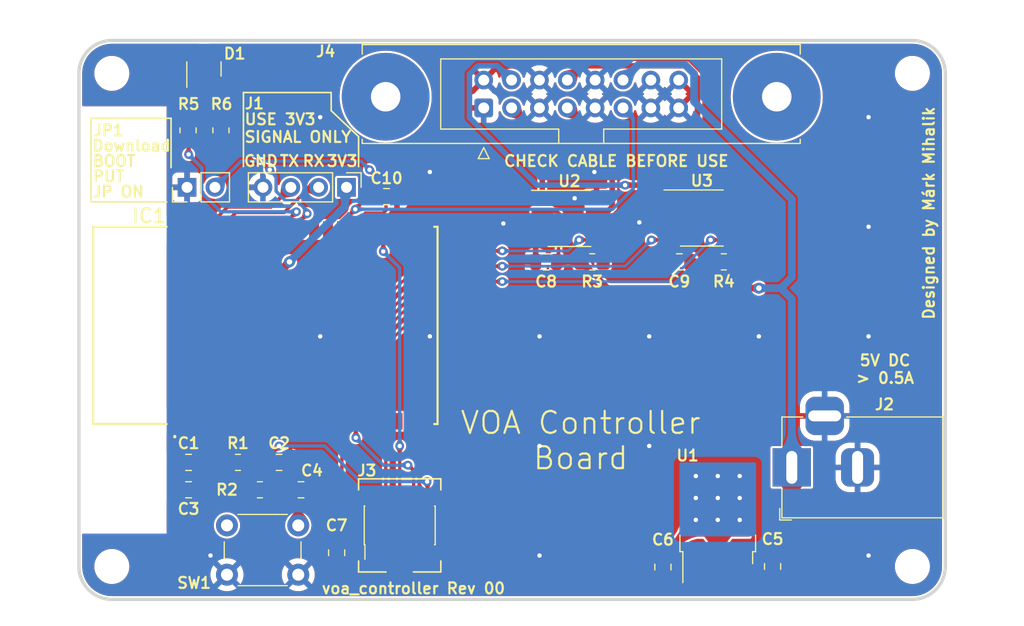
<source format=kicad_pcb>
(kicad_pcb (version 20211014) (generator pcbnew)
  (layers (0 "F.Cu" signal) (31 "B.Cu" signal) (34 "B.Paste" user) (35 "F.Paste" user) (36 "B.SilkS" user "B.Silkscreen") (37 "F.SilkS" user "F.Silkscreen") (38 "B.Mask" user) (39 "F.Mask" user) (44 "Edge.Cuts" user))
  (net 0 "")
  (net 1 "+3V3")
  (net 2 "GND")
  (net 3 "/ESP32_EN")
  (net 4 "+5V")
  (net 5 "Net-(D1-Pad1)")
  (net 6 "Net-(D1-Pad2)")
  (net 11 "/MOTOR_FWD_A")
  (net 12 "/MOTOR_REV_A")
  (net 13 "/MOTOR_FWD_B")
  (net 14 "/MOTOR_REV_B")
  (net 16 "/ESP32_JTAG_TMS")
  (net 17 "/ESP32_JTAG_TDI")
  (net 18 "/ESP32_JTAG_TCK")
  (net 25 "/ESP32_JTAG_TDO")
  (net 27 "/BOOT")
  (net 28 "/VOA_POT")
  (net 31 "/LED_RED")
  (net 32 "/LED_GREEN")
  (net 36 "/SERIAL_RX")
  (net 37 "/SERIAL_TX")
  (net 40 "/Motor_A+")
  (net 41 "/Motor_A-")
  (net 42 "/Motor_B+")
  (net 43 "/Motor_B-")
  (net 45 "Net-(R3-Pad2)")
  (net 46 "Net-(R4-Pad2)")
  (net 47 "Net-(C4-Pad2)")
  (footprint "Capacitor_SMD:C_0805_2012Metric" (layer "F.Cu") (at 98 114 180)
    (fp_text reference "C3")
    (fp_text value "100n")
  )
  (footprint "Resistor_SMD:R_0805_2012Metric" (layer "F.Cu") (at 100.95 81.2 -90)
    (fp_text reference "R6")
    (fp_text value "56")
  )
  (footprint "Capacitor_SMD:C_0805_2012Metric" (layer "F.Cu") (at 111.5 119.75 -90)
    (fp_text reference "C7")
    (fp_text value "100n")
  )
  (footprint "Connector_BarrelJack:BarrelJack_Horizontal" (layer "F.Cu") (at 153 111.9575 180)
    (fp_text reference "J2")
    (fp_text value "Barrel_Jack_Switch_Pin3Ring")
  )
  (footprint "Capacitor_SMD:C_0805_2012Metric" (layer "F.Cu") (at 151.25 121 -90)
    (fp_text reference "C5")
    (fp_text value "10u")
  )
  (footprint "Resistor_SMD:R_0805_2012Metric_Pad1.20x1.40mm_HandSolder" (layer "F.Cu") (at 102.5 111.5 180)
    (fp_text reference "R1")
    (fp_text value "10k")
  )
  (footprint "MountingHole:MountingHole_2.7mm_M2.5" (layer "F.Cu") (at 91 121)
    (fp_text reference "REF**" hide)
    (fp_text value "MountingHole_2.7mm_M2.5")
  )
  (footprint "Resistor_SMD:R_0805_2012Metric_Pad1.20x1.40mm_HandSolder" (layer "F.Cu") (at 146.8 93.2)
    (fp_text reference "R4")
    (fp_text value "10k")
  )
  (footprint "Package_SO:SOIC-8_3.9x4.9mm_P1.27mm" (layer "F.Cu") (at 144.8 89.2)
    (fp_text reference "U3")
    (fp_text value "ZXBM5210-S")
  )
  (footprint "Capacitor_SMD:C_0805_2012Metric" (layer "F.Cu") (at 108.25 114 180)
    (fp_text reference "C4")
    (fp_text value "100n")
  )
  (footprint "Resistor_SMD:R_0805_2012Metric_Pad1.20x1.40mm_HandSolder" (layer "F.Cu") (at 134.8 93.2)
    (fp_text reference "R3")
    (fp_text value "10k")
  )
  (footprint "MountingHole:MountingHole_2.7mm_M2.5" (layer "F.Cu") (at 91 76)
    (fp_text reference "REF**" hide)
    (fp_text value "MountingHole_2.7mm_M2.5")
  )
  (footprint "Connector_IDC:IDC-Header_2x08-1MP_P2.54mm_Latch_Vertical" (layer "F.Cu") (at 124.91 79.1525 90)
    (fp_text reference "J4")
    (fp_text value "Conn_02x08_Odd_Even")
  )
  (footprint "Capacitor_SMD:C_0805_2012Metric" (layer "F.Cu") (at 130.6 93.2 180)
    (fp_text reference "C8")
    (fp_text value "100n")
  )
  (footprint "Capacitor_SMD:C_0805_2012Metric" (layer "F.Cu") (at 142.75 93.2 180)
    (fp_text reference "C9")
    (fp_text value "100n")
  )
  (footprint "Connector_PinHeader_2.54mm:PinHeader_1x02_P2.54mm_Vertical" (layer "F.Cu") (at 97.86 86.4 90)
    (fp_text reference "JP1")
    (fp_text value "Jumper_2_Open")
  )
  (footprint "Package_TO_SOT_SMD:SOT-23" (layer "F.Cu") (at 99.4 75.6 90)
    (fp_text reference "D1")
    (fp_text value "LED_Dual_AAK")
  )
  (footprint "Package_SO:SOIC-8_3.9x4.9mm_P1.27mm" (layer "F.Cu") (at 132.725 89.235)
    (fp_text reference "U2")
    (fp_text value "ZXBM5210-S")
  )
  (footprint "Button_Switch_THT:SW_PUSH_6mm_H7.3mm" (layer "F.Cu") (at 108 121.75 180)
    (fp_text reference "SW1")
    (fp_text value "SW_Push")
  )
  (footprint "Connector_PinHeader_2.54mm:PinHeader_1x04_P2.54mm_Vertical" (layer "F.Cu") (at 112.4 86.4 -90)
    (fp_text reference "J1")
    (fp_text value "Conn_01x04_Male")
  )
  (footprint "MountingHole:MountingHole_2.7mm_M2.5" (layer "F.Cu") (at 164 76)
    (fp_text reference "REF**" hide)
    (fp_text value "MountingHole_2.7mm_M2.5")
  )
  (footprint "Resistor_SMD:R_0805_2012Metric_Pad1.20x1.40mm_HandSolder" (layer "F.Cu") (at 104.5 114 180)
    (fp_text reference "R2")
    (fp_text value "10k")
  )
  (footprint "Capacitor_SMD:C_0805_2012Metric" (layer "F.Cu") (at 98 111.5 180)
    (fp_text reference "C1")
    (fp_text value "22u")
  )
  (footprint "Capacitor_SMD:C_0805_2012Metric" (layer "F.Cu") (at 106.25 111.5)
    (fp_text reference "C2")
    (fp_text value "1u")
  )
  (footprint "Connector_PinHeader_1.27mm:PinHeader_2x05_P1.27mm_Vertical_SMD" (layer "F.Cu") (at 117.25 117.25 90)
    (fp_text reference "J3")
    (fp_text value "Conn_ARM_JTAG_SWD_10")
  )
  (footprint "Resistor_SMD:R_0805_2012Metric" (layer "F.Cu") (at 97.95 81.2 -90)
    (fp_text reference "R5")
    (fp_text value "68")
  )
  (footprint "MountingHole:MountingHole_2.7mm_M2.5" (layer "F.Cu") (at 164 121)
    (fp_text reference "REF**" hide)
    (fp_text value "MountingHole_2.7mm_M2.5")
  )
  (footprint "Capacitor_SMD:C_0805_2012Metric" (layer "F.Cu") (at 141.25 121.05 -90)
    (fp_text reference "C6")
    (fp_text value "10u")
  )
  (footprint "ESP32-WROVER-IE:ESP32WROVERIE" (layer "F.Cu") (at 105 99 90)
    (fp_text reference "IC1")
    (fp_text value "ESP32-WROVER-IE" hide)
  )
  (footprint "Package_TO_SOT_SMD:TO-252-3_TabPin2" (layer "F.Cu") (at 146.25 117.175 90)
    (fp_text reference "U1")
    (fp_text value "IFX27001TFV33")
  )
  (footprint "Capacitor_SMD:C_0805_2012Metric" (layer "F.Cu") (at 116.05 87.25)
    (fp_text reference "C10")
    (fp_text value "100n")
  )
  (gr_line (start 118.5 121.5) (end 121 121.5) (layer "F.SilkS") (width 0.15))
  (gr_line (start 103 81.5) (end 103 84.5) (layer "F.SilkS") (width 0.15))
  (gr_line (start 113.5 113) (end 121 113) (layer "F.SilkS") (width 0.15))
  (gr_line (start 121 120.5) (end 121 121.5) (layer "F.SilkS") (width 0.15))
  (gr_line (start 96 87.73) (end 89.1 87.73) (layer "F.SilkS") (width 0.15))
  (gr_line (start 113.5 81.775) (end 113.5 84.5) (layer "F.SilkS") (width 0.15))
  (gr_line (start 113.5 81.775) (end 111 79.4) (layer "F.SilkS") (width 0.15))
  (gr_line (start 113.5 120.5) (end 113.5 121.5) (layer "F.SilkS") (width 0.15))
  (gr_line (start 113.5 121.5) (end 116 121.5) (layer "F.SilkS") (width 0.15))
  (gr_line (start 89.1 87.73) (end 89.1 80.1) (layer "F.SilkS") (width 0.15))
  (gr_line (start 121 113) (end 121 114) (layer "F.SilkS") (width 0.15))
  (gr_line (start 103 81.5) (end 103 77.75) (layer "F.SilkS") (width 0.15))
  (gr_line (start 113.5 113) (end 113.5 114) (layer "F.SilkS") (width 0.15))
  (gr_line (start 111 77.75) (end 111 79.4) (layer "F.SilkS") (width 0.15))
  (gr_line (start 96.4 80.1) (end 96.4 84.6) (layer "F.SilkS") (width 0.15))
  (gr_line (start 89.1 80.1) (end 96.4 80.1) (layer "F.SilkS") (width 0.15))
  (gr_line (start 103 77.75) (end 111 77.75) (layer "F.SilkS") (width 0.15))
  (gr_line (start 88 76) (end 88 121) (layer "Edge.Cuts") (width 0.3))
  (gr_arc (start 164 73) (mid 166.12132 73.87868) (end 167 76) (layer "Edge.Cuts") (width 0.3))
  (gr_arc (start 91 124) (mid 88.87868 123.12132) (end 88 121) (layer "Edge.Cuts") (width 0.3))
  (gr_line (start 91 124) (end 164 124) (layer "Edge.Cuts") (width 0.3))
  (gr_arc (start 167 121) (mid 166.12132 123.12132) (end 164 124) (layer "Edge.Cuts") (width 0.3))
  (gr_line (start 167 76) (end 167 121) (layer "Edge.Cuts") (width 0.3))
  (gr_arc (start 88 76) (mid 88.87868 73.87868) (end 91 73) (layer "Edge.Cuts") (width 0.3))
  (gr_line (start 91 73) (end 164 73) (layer "Edge.Cuts") (width 0.3))
  (gr_text "Download" (at 92.8 82.6) (layer "F.SilkS") (effects (font (size 1 1) (thickness 0.2))))
  (gr_text "voa_controller Rev 00" (at 118.5 123) (layer "F.SilkS") (effects (font (size 1 1) (thickness 0.2))))
  (gr_text "BOOT" (at 91.2 84) (layer "F.SilkS") (effects (font (size 1 1) (thickness 0.2))))
  (gr_text "RX" (at 109.4 84) (layer "F.SilkS") (effects (font (size 1 1) (thickness 0.2))))
  (gr_text "Designed by Márk Mihalik" (at 165.5 88.75 90) (layer "F.SilkS") (effects (font (size 1 1) (thickness 0.2))))
  (gr_text "5V DC\n> 0.5A" (at 161.5 103) (layer "F.SilkS") (effects (font (size 1 1) (thickness 0.2))))
  (gr_text "JP ON" (at 91.6 86.8) (layer "F.SilkS") (effects (font (size 1 1) (thickness 0.2))))
  (gr_text "CHECK CABLE BEFORE USE" (at 137 84) (layer "F.SilkS") (effects (font (size 1 1) (thickness 0.2))))
  (gr_text "TX" (at 107.2 84) (layer "F.SilkS") (effects (font (size 1 1) (thickness 0.2))))
  (gr_text "USE 3V3 \nSIGNAL ONLY" (at 103 81) (layer "F.SilkS") (effects (font (size 1 1) (thickness 0.2)) (justify left)))
  (gr_text "PUT" (at 90.7 85.4) (layer "F.SilkS") (effects (font (size 1 1) (thickness 0.2))))
  (gr_text "VOA Controller\nBoard" (at 133.75 109.5) (layer "F.SilkS") (effects (font (size 2 2) (thickness 0.2))))
  (gr_text "GND\n" (at 104.6 84) (layer "F.SilkS") (effects (font (size 1 1) (thickness 0.2))))
  (gr_text "3V3\n" (at 112 84) (layer "F.SilkS") (effects (font (size 1 1) (thickness 0.2))))
  (segment (start 140.250489 121.099511) (end 114.099511 121.099511) (width 0.7) (layer "F.Cu") (net 1))
  (segment (start 111.5 118.8) (end 111.7 119) (width 0.3) (layer "F.Cu") (net 1))
  (segment (start 111.8 118.8) (end 114.099511 121.099511) (width 0.7) (layer "F.Cu") (net 1))
  (segment (start 114.71 120.489022) (end 114.099511 121.099511) (width 0.25) (layer "F.Cu") (net 1))
  (segment (start 141.25 120.1) (end 141.25 120.075) (width 0.7) (layer "F.Cu") (net 1))
  (segment (start 141.25 120.075) (end 146.25 115.075) (width 0.7) (layer "F.Cu") (net 1))
  (segment (start 107.2 93.2) (end 98.01 102.39) (width 0.7) (layer "F.Cu") (net 1))
  (segment (start 146.25 121.375) (end 146.25 115.075) (width 0.7) (layer "F.Cu") (net 1))
  (segment (start 114.71 119.2) (end 114.71 120.489022) (width 0.25) (layer "F.Cu") (net 1))
  (segment (start 98.01 102.39) (end 98.01 107.75) (width 0.7) (layer "F.Cu") (net 1))
  (segment (start 98.01 107.75) (end 98.01 110.56) (width 0.7) (layer "F.Cu") (net 1))
  (segment (start 106.275 118.8) (end 111.5 118.8) (width 0.7) (layer "F.Cu") (net 1))
  (segment (start 101.5 111.5) (end 98.95 111.5) (width 0.7) (layer "F.Cu") (net 1))
  (segment (start 98.95 114) (end 98.95 111.5) (width 0.7) (layer "F.Cu") (net 1))
  (segment (start 111.5 118.8) (end 111.8 118.8) (width 0.5) (layer "F.Cu") (net 1))
  (segment (start 141.25 120.1) (end 140.250489 121.099511) (width 0.7) (layer "F.Cu") (net 1))
  (segment (start 98.01 110.56) (end 98.95 111.5) (width 0.7) (layer "F.Cu") (net 1))
  (segment (start 101.5 114.025) (end 106.275 118.8) (width 0.7) (layer "F.Cu") (net 1))
  (segment (start 101.5 111.5) (end 101.5 114.025) (width 0.7) (layer "F.Cu") (net 1))
  (via (at 148.25 114.75) (size 0.8) (drill 0.4) (layers "F.Cu" "B.Cu") (net 1))
  (via (at 107.2 93.2) (size 1) (drill 0.5) (layers "F.Cu" "B.Cu") (net 1))
  (via (at 148.25 116.75) (size 0.8) (drill 0.4) (layers "F.Cu" "B.Cu") (net 1))
  (via (at 148.25 112.75) (size 0.8) (drill 0.4) (layers "F.Cu" "B.Cu") (net 1))
  (via (at 146.25 116.75) (size 0.8) (drill 0.4) (layers "F.Cu" "B.Cu") (net 1))
  (via (at 146.25 112.75) (size 0.8) (drill 0.4) (layers "F.Cu" "B.Cu") (net 1))
  (via (at 144.25 114.75) (size 0.8) (drill 0.4) (layers "F.Cu" "B.Cu") (net 1))
  (via (at 144.25 116.75) (size 0.8) (drill 0.4) (layers "F.Cu" "B.Cu") (net 1))
  (via (at 144.25 112.75) (size 0.8) (drill 0.4) (layers "F.Cu" "B.Cu") (net 1))
  (via (at 146.25 114.75) (size 0.8) (drill 0.4) (layers "F.Cu" "B.Cu") (net 1))
  (segment (start 112.250489 88.149511) (end 112.250489 86.549511) (width 0.7) (layer "B.Cu") (net 1))
  (segment (start 107.2 93.2) (end 112.250489 88.149511) (width 0.7) (layer "B.Cu") (net 1))
  (segment (start 112.250489 86.549511) (end 112.4 86.4) (width 0.7) (layer "B.Cu") (net 1))
  (segment (start 135.13 87.4) (end 135.2 87.33) (width 0.3) (layer "F.Cu") (net 2))
  (segment (start 133.2 87.4) (end 135.13 87.4) (width 0.3) (layer "F.Cu") (net 2))
  (via (at 110 100) (size 0.8) (drill 0.4) (layers "F.Cu" "B.Cu") (net 2))
  (via (at 126.7 89.7) (size 0.8) (drill 0.4) (layers "F.Cu" "B.Cu") (net 2))
  (via (at 130 100) (size 0.8) (drill 0.4) (layers "F.Cu" "B.Cu") (net 2))
  (via (at 110 80) (size 0.8) (drill 0.4) (layers "F.Cu" "B.Cu") (net 2))
  (via (at 150 100) (size 0.8) (drill 0.4) (layers "F.Cu" "B.Cu") (net 2))
  (via (at 120 85) (size 0.8) (drill 0.4) (layers "F.Cu" "B.Cu") (net 2))
  (via (at 120 100) (size 0.8) (drill 0.4) (layers "F.Cu" "B.Cu") (net 2))
  (via (at 140 110) (size 0.8) (drill 0.4) (layers "F.Cu" "B.Cu") (net 2))
  (via (at 135 85) (size 0.8) (drill 0.4) (layers "F.Cu" "B.Cu") (net 2))
  (via (at 140 100) (size 0.8) (drill 0.4) (layers "F.Cu" "B.Cu") (net 2))
  (via (at 160 100) (size 0.8) (drill 0.4) (layers "F.Cu" "B.Cu") (net 2))
  (via (at 130 120) (size 0.8) (drill 0.4) (layers "F.Cu" "B.Cu") (net 2))
  (via (at 160 80) (size 0.8) (drill 0.4) (layers "F.Cu" "B.Cu") (net 2))
  (via (at 130 110) (size 0.8) (drill 0.4) (layers "F.Cu" "B.Cu") (net 2))
  (via (at 133.2 87.4) (size 0.8) (drill 0.4) (layers "F.Cu" "B.Cu") (net 2))
  (via (at 160 90) (size 0.8) (drill 0.4) (layers "F.Cu" "B.Cu") (net 2))
  (via (at 160 120) (size 0.8) (drill 0.4) (layers "F.Cu" "B.Cu") (net 2))
  (via (at 100 120) (size 0.8) (drill 0.4) (layers "F.Cu" "B.Cu") (net 2))
  (via (at 139.1 89.6) (size 0.8) (drill 0.4) (layers "F.Cu" "B.Cu") (net 2))
  (segment (start 119.79 115.3) (end 119.79 113.29) (width 0.3) (layer "F.Cu") (net 3))
  (segment (start 105.625 110.625) (end 106.25 110) (width 0.3) (layer "F.Cu") (net 3))
  (segment (start 99.28 107.75) (end 99.28 108.8) (width 0.3) (layer "F.Cu") (net 3))
  (segment (start 100.73 110.25) (end 102.25 110.25) (width 0.3) (layer "F.Cu") (net 3))
  (segment (start 105.625 110.625) (end 105.625 111.175) (width 0.3) (layer "F.Cu") (net 3))
  (segment (start 105.625 111.175) (end 105.3 111.5) (width 0.25) (layer "F.Cu") (net 3))
  (segment (start 102.25 110.25) (end 103.5 111.5) (width 0.3) (layer "F.Cu") (net 3))
  (segment (start 119.79 113.29) (end 119.75 113.25) (width 0.3) (layer "F.Cu") (net 3))
  (segment (start 99.28 108.8) (end 100.73 110.25) (width 0.3) (layer "F.Cu") (net 3))
  (segment (start 105.3 111.5) (end 103.5 111.5) (width 0.3) (layer "F.Cu") (net 3))
  (segment (start 103.5 114) (end 103.5 111.5) (width 0.3) (layer "F.Cu") (net 3))
  (via (at 106.25 110) (size 0.8) (drill 0.4) (layers "F.Cu" "B.Cu") (net 3))
  (via (at 119.75 113.25) (size 0.8) (drill 0.4) (layers "F.Cu" "B.Cu") (net 3))
  (segment (start 113.65 113.25) (end 119.75 113.25) (width 0.3) (layer "B.Cu") (net 3))
  (segment (start 110.4 110) (end 113.65 113.25) (width 0.3) (layer "B.Cu") (net 3))
  (segment (start 106.25 110) (end 110.4 110) (width 0.3) (layer "B.Cu") (net 3))
  (segment (start 131.8 89.8) (end 131.73 89.87) (width 0.3) (layer "F.Cu") (net 4))
  (segment (start 145.8 94.7) (end 145.8 94.8) (width 0.5) (layer "F.Cu") (net 4))
  (segment (start 131.73 89.87) (end 131.73 93.02) (width 0.3) (layer "F.Cu") (net 4))
  (segment (start 143.7 93.2) (end 145.8 93.2) (width 0.5) (layer "F.Cu") (net 4))
  (segment (start 145.8 93.2) (end 145.8 94.7) (width 0.5) (layer "F.Cu") (net 4))
  (segment (start 131.8 92.95) (end 131.55 93.2) (width 0.5) (layer "F.Cu") (net 4))
  (segment (start 142.325 89.835) (end 143.565 89.835) (width 0.3) (layer "F.Cu") (net 4))
  (segment (start 136.25 95.6) (end 133.85 93.2) (width 0.5) (layer "F.Cu") (net 4))
  (segment (start 143.7 93.2) (end 143.7 89.7) (width 0.3) (layer "F.Cu") (net 4))
  (segment (start 148.2 95.6) (end 148 95.6) (width 0.5) (layer "F.Cu") (net 4))
  (segment (start 133.85 93.2) (end 131.8 93.2) (width 0.5) (layer "F.Cu") (net 4))
  (segment (start 143.8 88.8) (end 143.8 89.6) (width 0.3) (layer "F.Cu") (net 4))
  (segment (start 143.565 88.565) (end 143.8 88.8) (width 0.3) (layer "F.Cu") (net 4))
  (segment (start 145.8 94.8) (end 145 95.6) (width 0.5) (layer "F.Cu") (net 4))
  (segment (start 145.8 94.8) (end 146.6 95.6) (width 0.5) (layer "F.Cu") (net 4))
  (segment (start 148 95.6) (end 150 95.6) (width 0.5) (layer "F.Cu") (net 4))
  (segment (start 146.6 95.6) (end 148 95.6) (width 0.5) (layer "F.Cu") (net 4))
  (segment (start 153 111.9575) (end 153 118.3) (width 0.7) (layer "F.Cu") (net 4))
  (segment (start 153 118.3) (end 151.25 120.05) (width 0.7) (layer "F.Cu") (net 4))
  (segment (start 131.6 88.6) (end 131.8 88.8) (width 0.3) (layer "F.Cu") (net 4))
  (segment (start 142.325 88.565) (end 143.565 88.565) (width 0.3) (layer "F.Cu") (net 4))
  (segment (start 145 95.6) (end 136.25 95.6) (width 0.5) (layer "F.Cu") (net 4))
  (segment (start 143.8 89.6) (end 143.565 89.835) (width 0.3) (layer "F.Cu") (net 4))
  (segment (start 131.73 93.02) (end 131.55 93.2) (width 0.3) (layer "F.Cu") (net 4))
  (segment (start 143.7 89.7) (end 143.8 89.6) (width 0.3) (layer "F.Cu") (net 4))
  (segment (start 149.855 120.05) (end 148.53 121.375) (width 0.7) (layer "F.Cu") (net 4))
  (segment (start 130.25 88.6) (end 131.6 88.6) (width 0.3) (layer "F.Cu") (net 4))
  (segment (start 151.25 120.05) (end 149.855 120.05) (width 0.7) (layer "F.Cu") (net 4))
  (segment (start 131.73 89.87) (end 130.25 89.87) (width 0.3) (layer "F.Cu") (net 4))
  (segment (start 131.8 88.8) (end 131.8 89.8) (width 0.3) (layer "F.Cu") (net 4))
  (via (at 150 95.6) (size 1) (drill 0.5) (layers "F.Cu" "B.Cu") (net 4))
  (segment (start 153 96.6) (end 153 111.9575) (width 0.7) (layer "B.Cu") (net 4))
  (segment (start 143.256709 75.2) (end 139.0225 75.2) (width 0.7) (layer "B.Cu") (net 4))
  (segment (start 152 95.6) (end 150 95.6) (width 0.7) (layer "B.Cu") (net 4))
  (segment (start 152 95.6) (end 153 94.6) (width 0.7) (layer "B.Cu") (net 4))
  (segment (start 144.089511 76.032802) (end 143.256709 75.2) (width 0.7) (layer "B.Cu") (net 4))
  (segment (start 144.089511 78.585992) (end 144.089511 76.032802) (width 0.7) (layer "B.Cu") (net 4))
  (segment (start 153 87.496481) (end 144.089511 78.585992) (width 0.7) (layer "B.Cu") (net 4))
  (segment (start 153 87.496481) (end 153 94.6) (width 0.7) (layer "B.Cu") (net 4))
  (segment (start 139.0225 75.2) (end 137.61 76.6125) (width 0.7) (layer "B.Cu") (net 4))
  (segment (start 152 95.6) (end 153 96.6) (width 0.7) (layer "B.Cu") (net 4))
  (segment (start 98.4 79.8375) (end 97.95 80.2875) (width 0.3) (layer "F.Cu") (net 5))
  (segment (start 98.4 76.7875) (end 98.4 79.8375) (width 0.3) (layer "F.Cu") (net 5))
  (segment (start 100.95 80.2875) (end 100.4 79.7375) (width 0.3) (layer "F.Cu") (net 6))
  (segment (start 100.4 79.7375) (end 100.4 76.6875) (width 0.3) (layer "F.Cu") (net 6))
  (segment (start 130.25 91.14) (end 130.11 91) (width 0.25) (layer "F.Cu") (net 11))
  (segment (start 121.5 91) (end 105.63 106.87) (width 0.25) (layer "F.Cu") (net 11))
  (segment (start 130.11 91) (end 121.5 91) (width 0.25) (layer "F.Cu") (net 11))
  (segment (start 105.63 106.87) (end 105.63 107.75) (width 0.25) (layer "F.Cu") (net 11))
  (segment (start 121.8 92.2) (end 126.6 92.2) (width 0.25) (layer "F.Cu") (net 12))
  (segment (start 106.9 107.1) (end 121.8 92.2) (width 0.25) (layer "F.Cu") (net 12))
  (segment (start 135.14 91.2) (end 135.2 91.14) (width 0.25) (layer "F.Cu") (net 12))
  (segment (start 133.6 91.2) (end 135.14 91.2) (width 0.25) (layer "F.Cu") (net 12))
  (segment (start 106.9 107.75) (end 106.9 107.1) (width 0.25) (layer "F.Cu") (net 12))
  (via (at 133.6 91.2) (size 0.8) (drill 0.4) (layers "F.Cu" "B.Cu") (net 12))
  (via (at 126.6 92.2) (size 0.8) (drill 0.4) (layers "F.Cu" "B.Cu") (net 12))
  (segment (start 132.6 92.2) (end 133.6 91.2) (width 0.25) (layer "B.Cu") (net 12))
  (segment (start 126.6 92.2) (end 132.6 92.2) (width 0.25) (layer "B.Cu") (net 12))
  (segment (start 140.2 91.2) (end 142.23 91.2) (width 0.25) (layer "F.Cu") (net 13))
  (segment (start 108.17 107.170978) (end 121.740978 93.6) (width 0.25) (layer "F.Cu") (net 13))
  (segment (start 142.23 91.2) (end 142.325 91.105) (width 0.25) (layer "F.Cu") (net 13))
  (segment (start 121.740978 93.6) (end 126.6 93.6) (width 0.25) (layer "F.Cu") (net 13))
  (segment (start 108.17 107.75) (end 108.17 107.170978) (width 0.25) (layer "F.Cu") (net 13))
  (via (at 126.6 93.6) (size 0.8) (drill 0.4) (layers "F.Cu" "B.Cu") (net 13))
  (via (at 140.2 91.2) (size 0.8) (drill 0.4) (layers "F.Cu" "B.Cu") (net 13))
  (segment (start 126.6 93.6) (end 137.8 93.6) (width 0.25) (layer "B.Cu") (net 13))
  (segment (start 137.8 93.6) (end 140.2 91.2) (width 0.25) (layer "B.Cu") (net 13))
  (segment (start 145.6 91.2) (end 147.18 91.2) (width 0.25) (layer "F.Cu") (net 14))
  (segment (start 109.44 107.75) (end 109.44 107.36) (width 0.25) (layer "F.Cu") (net 14))
  (segment (start 147.18 91.2) (end 147.275 91.105) (width 0.25) (layer "F.Cu") (net 14))
  (segment (start 109.44 107.36) (end 121.8 95) (width 0.25) (layer "F.Cu") (net 14))
  (segment (start 121.8 95) (end 126.6 95) (width 0.25) (layer "F.Cu") (net 14))
  (via (at 145.6 91.2) (size 0.8) (drill 0.4) (layers "F.Cu" "B.Cu") (net 14))
  (via (at 126.6 95) (size 0.8) (drill 0.4) (layers "F.Cu" "B.Cu") (net 14))
  (segment (start 141.8 95) (end 145.6 91.2) (width 0.25) (layer "B.Cu") (net 14))
  (segment (start 126.6 95) (end 141.8 95) (width 0.25) (layer "B.Cu") (net 14))
  (segment (start 114.71 115.3) (end 111.98 112.57) (width 0.3) (layer "F.Cu") (net 16))
  (segment (start 111.98 112.57) (end 111.98 107.75) (width 0.3) (layer "F.Cu") (net 16))
  (segment (start 118.52 112.2705) (end 118.52 115.3) (width 0.3) (layer "F.Cu") (net 17))
  (segment (start 118 111.7505) (end 118.52 112.2705) (width 0.3) (layer "F.Cu") (net 17))
  (segment (start 113.25 109.25) (end 113.25 107.75) (width 0.3) (layer "F.Cu") (net 17))
  (via (at 113.25 109.25) (size 0.8) (drill 0.4) (layers "F.Cu" "B.Cu") (net 17))
  (via (at 118 111.7505) (size 0.8) (drill 0.4) (layers "F.Cu" "B.Cu") (net 17))
  (segment (start 118 111.7505) (end 115.7505 111.7505) (width 0.3) (layer "B.Cu") (net 17))
  (segment (start 115.7505 111.7505) (end 113.25 109.25) (width 0.3) (layer "B.Cu") (net 17))
  (segment (start 115.98 107.94) (end 115.79 107.75) (width 0.3) (layer "F.Cu") (net 18))
  (segment (start 115.98 115.3) (end 115.98 107.94) (width 0.3) (layer "F.Cu") (net 18))
  (segment (start 115.75 90.29) (end 115.79 90.25) (width 0.3) (layer "F.Cu") (net 25))
  (segment (start 115.75 92.25) (end 115.75 90.29) (width 0.3) (layer "F.Cu") (net 25))
  (segment (start 117.25 115.3) (end 117.25 110) (width 0.3) (layer "F.Cu") (net 25))
  (via (at 117.25 110) (size 0.8) (drill 0.4) (layers "F.Cu" "B.Cu") (net 25))
  (via (at 115.75 92.25) (size 0.8) (drill 0.4) (layers "F.Cu" "B.Cu") (net 25))
  (segment (start 117.25 109.25) (end 117.25 93.75) (width 0.3) (layer "B.Cu") (net 25))
  (segment (start 117.25 109.25) (end 117.25 110) (width 0.3) (layer "B.Cu") (net 25))
  (segment (start 117.25 93.75) (end 115.75 92.25) (width 0.3) (layer "B.Cu") (net 25))
  (segment (start 115.75 88.75) (end 114.120978 88.75) (width 0.3) (layer "F.Cu") (net 27))
  (segment (start 114.5 84.8) (end 114.55 84.8) (width 0.3) (layer "F.Cu") (net 27))
  (segment (start 114.55 84.8) (end 116 86.25) (width 0.3) (layer "F.Cu") (net 27))
  (segment (start 116 86.25) (end 116 88.5) (width 0.3) (layer "F.Cu") (net 27))
  (segment (start 113.25 89.620978) (end 113.25 90.25) (width 0.3) (layer "F.Cu") (net 27))
  (segment (start 116 88.5) (end 115.75 88.75) (width 0.3) (layer "F.Cu") (net 27))
  (segment (start 114.120978 88.75) (end 113.25 89.620978) (width 0.3) (layer "F.Cu") (net 27))
  (via (at 114.5 84.8) (size 0.8) (drill 0.4) (layers "F.Cu" "B.Cu") (net 27))
  (segment (start 113.7 84) (end 102.8 84) (width 0.3) (layer "B.Cu") (net 27))
  (segment (start 114.5 84.8) (end 113.7 84) (width 0.3) (layer "B.Cu") (net 27))
  (segment (start 102.8 84) (end 100.4 86.4) (width 0.3) (layer "B.Cu") (net 27))
  (segment (start 114.35 87.25) (end 115.1 87.25) (width 0.3) (layer "F.Cu") (net 28))
  (segment (start 113.2 88.4) (end 114.35 87.25) (width 0.3) (layer "F.Cu") (net 28))
  (segment (start 113.2 88.4) (end 111.98 89.62) (width 0.3) (layer "F.Cu") (net 28))
  (segment (start 111.98 89.62) (end 111.98 90.25) (width 0.3) (layer "F.Cu") (net 28))
  (via (at 113.2 88.4) (size 0.8) (drill 0.4) (layers "F.Cu" "B.Cu") (net 28))
  (segment (start 113.2 88.4) (end 136.65997 88.4) (width 0.3) (layer "B.Cu") (net 28))
  (segment (start 138.549511 80.092011) (end 137.61 79.1525) (width 0.3) (layer "B.Cu") (net 28))
  (segment (start 138.549511 86.510459) (end 138.549511 80.092011) (width 0.3) (layer "B.Cu") (net 28))
  (segment (start 136.65997 88.4) (end 138.549511 86.510459) (width 0.3) (layer "B.Cu") (net 28))
  (segment (start 98 82.1625) (end 97.95 82.1125) (width 0.3) (layer "F.Cu") (net 31))
  (segment (start 106.9 90.25) (end 106.9 89.559954) (width 0.3) (layer "F.Cu") (net 31))
  (segment (start 98 83.4) (end 98 82.1625) (width 0.3) (layer "F.Cu") (net 31))
  (segment (start 106.9 89.559954) (end 107.829977 88.629977) (width 0.3) (layer "F.Cu") (net 31))
  (via (at 98 83.4) (size 0.8) (drill 0.4) (layers "F.Cu" "B.Cu") (net 31))
  (via (at 107.829977 88.629977) (size 0.8) (drill 0.4) (layers "F.Cu" "B.Cu") (net 31))
  (segment (start 99.2 84.6) (end 98 83.4) (width 0.3) (layer "B.Cu") (net 31))
  (segment (start 107.829977 88.629977) (end 100.933611 88.629977) (width 0.3) (layer "B.Cu") (net 31))
  (segment (start 99.2 86.896366) (end 99.2 84.6) (width 0.3) (layer "B.Cu") (net 31))
  (segment (start 100.933611 88.629977) (end 99.2 86.896366) (width 0.3) (layer "B.Cu") (net 31))
  (segment (start 105.4 84.8) (end 102.7125 82.1125) (width 0.3) (layer "F.Cu") (net 32))
  (segment (start 108.17 90.25) (end 108.17 89.447008) (width 0.3) (layer "F.Cu") (net 32))
  (segment (start 102.7125 82.1125) (end 100.95 82.1125) (width 0.3) (layer "F.Cu") (net 32))
  (segment (start 108.17 89.447008) (end 108.814471 88.802537) (width 0.3) (layer "F.Cu") (net 32))
  (via (at 105.4 84.8) (size 0.8) (drill 0.4) (layers "F.Cu" "B.Cu") (net 32))
  (via (at 108.814471 88.802537) (size 0.8) (drill 0.4) (layers "F.Cu" "B.Cu") (net 32))
  (segment (start 105.979511 86.755877) (end 105.979511 85.379511) (width 0.3) (layer "B.Cu") (net 32))
  (segment (start 107.859481 87.599511) (end 106.823145 87.599511) (width 0.3) (layer "B.Cu") (net 32))
  (segment (start 108.814471 88.802537) (end 108.814471 88.554501) (width 0.3) (layer "B.Cu") (net 32))
  (segment (start 106.823145 87.599511) (end 105.979511 86.755877) (width 0.3) (layer "B.Cu") (net 32))
  (segment (start 105.979511 85.379511) (end 105.4 84.8) (width 0.3) (layer "B.Cu") (net 32))
  (segment (start 108.814471 88.554501) (end 107.859481 87.599511) (width 0.3) (layer "B.Cu") (net 32))
  (segment (start 107.816855 87.599511) (end 108.519511 86.896855) (width 0.3) (layer "F.Cu") (net 36))
  (segment (start 106.70048 88.69952) (end 107.800489 87.599511) (width 0.3) (layer "F.Cu") (net 36))
  (segment (start 101.82 90.25) (end 101.82 89.2) (width 0.3) (layer "F.Cu") (net 36))
  (segment (start 107.800489 87.599511) (end 107.816855 87.599511) (width 0.3) (layer "F.Cu") (net 36))
  (segment (start 109 86.4) (end 109.86 86.4) (width 0.3) (layer "F.Cu") (net 36))
  (segment (start 101.82 89.2) (end 102.32048 88.69952) (width 0.3) (layer "F.Cu") (net 36))
  (segment (start 108.519511 86.880489) (end 109 86.4) (width 0.3) (layer "F.Cu") (net 36))
  (segment (start 102.32048 88.69952) (end 106.70048 88.69952) (width 0.3) (layer "F.Cu") (net 36))
  (segment (start 108.519511 86.896855) (end 108.519511 86.880489) (width 0.3) (layer "F.Cu") (net 36))
  (segment (start 100.55 89.2) (end 101.55 88.2) (width 0.3) (layer "F.Cu") (net 37))
  (segment (start 100.55 90.25) (end 100.55 89.2) (width 0.3) (layer "F.Cu") (net 37))
  (segment (start 105.52 88.2) (end 107.32 86.4) (width 0.3) (layer "F.Cu") (net 37))
  (segment (start 101.55 88.2) (end 105.52 88.2) (width 0.3) (layer "F.Cu") (net 37))
  (segment (start 130.25 81.9525) (end 127.45 79.1525) (width 0.5) (layer "F.Cu") (net 40))
  (segment (start 130.25 87.33) (end 130.25 81.9525) (width 0.5) (layer "F.Cu") (net 40))
  (segment (start 136.62452 83.24702) (end 132.53 79.1525) (width 0.5) (layer "F.Cu") (net 41))
  (segment (start 135.2 88.6) (end 135.611427 88.6) (width 0.3) (layer "F.Cu") (net 41))
  (segment (start 135.611427 88.6) (end 136.2 88.6) (width 0.5) (layer "F.Cu") (net 41))
  (segment (start 136.62452 88.17548) (end 136.62452 83.24702) (width 0.5) (layer "F.Cu") (net 41))
  (segment (start 136.2 88.6) (end 136.62452 88.17548) (width 0.5) (layer "F.Cu") (net 41))
  (segment (start 137.8 86.2) (end 141.23 86.2) (width 0.5) (layer "F.Cu") (net 42))
  (segment (start 141.23 86.2) (end 142.325 87.295) (width 0.5) (layer "F.Cu") (net 42))
  (via (at 137.8 86.2) (size 0.8) (drill 0.4) (layers "F.Cu" "B.Cu") (net 42))
  (segment (start 137.8 86.2) (end 129.76823 86.2) (width 0.5) (layer "B.Cu") (net 42))
  (segment (start 123.61048 80.04225) (end 123.61048 76.074233) (width 0.5) (layer "B.Cu") (net 42))
  (segment (start 126.150489 75.312989) (end 127.45 76.6125) (width 0.5) (layer "B.Cu") (net 42))
  (segment (start 124.371724 75.312989) (end 126.150489 75.312989) (width 0.5) (layer "B.Cu") (net 42))
  (segment (start 129.76823 86.2) (end 123.61048 80.04225) (width 0.5) (layer "B.Cu") (net 42))
  (segment (start 123.61048 76.074233) (end 124.371724 75.312989) (width 0.5) (layer "B.Cu") (net 42))
  (segment (start 144.4 86.242849) (end 144.4 76.4) (width 0.5) (layer "F.Cu") (net 43))
  (segment (start 146.722151 88.565) (end 144.4 86.242849) (width 0.5) (layer "F.Cu") (net 43))
  (segment (start 144.4 76.4) (end 143.312989 75.312989) (width 0.5) (layer "F.Cu") (net 43))
  (segment (start 147.275 88.565) (end 146.722151 88.565) (width 0.5) (layer "F.Cu") (net 43))
  (segment (start 143.312989 75.312989) (end 133.829511 75.312989) (width 0.5) (layer "F.Cu") (net 43))
  (segment (start 133.829511 75.312989) (end 132.53 76.6125) (width 0.5) (layer "F.Cu") (net 43))
  (segment (start 136.27 89.87) (end 135.2 89.87) (width 0.3) (layer "F.Cu") (net 45))
  (segment (start 136.6 90.2) (end 136.27 89.87) (width 0.3) (layer "F.Cu") (net 45))
  (segment (start 136.6 92.4) (end 136.6 90.2) (width 0.3) (layer "F.Cu") (net 45))
  (segment (start 135.8 93.2) (end 136.6 92.4) (width 0.3) (layer "F.Cu") (net 45))
  (segment (start 147.8 93.2) (end 148.59952 92.40048) (width 0.3) (layer "F.Cu") (net 46))
  (segment (start 148.59952 92.40048) (end 148.59952 89.99952) (width 0.3) (layer "F.Cu") (net 46))
  (segment (start 148.435 89.835) (end 147.275 89.835) (width 0.3) (layer "F.Cu") (net 46))
  (segment (start 148.59952 89.99952) (end 148.435 89.835) (width 0.3) (layer "F.Cu") (net 46))
  (segment (start 108 114.7) (end 108 117.25) (width 0.3) (layer "F.Cu") (net 47))
  (segment (start 105.5 114) (end 107.3 114) (width 0.3) (layer "F.Cu") (net 47))
  (segment (start 107.3 114) (end 108 114.7) (width 0.3) (layer "F.Cu") (net 47))
  (zone (net 1) (net_name "+3V3") (layer "F.Cu") (priority 16962) (connect_pads yes (clearance 0)) (min_thickness 0.0254) (fill yes (thermal_gap 0.508) (thermal_bridge_width 0.508))
    (polygon (pts (xy 146.143935 115.67604) (xy 146.217964 115.59489) (xy 146.281324 115.512204) (xy 146.335086 115.429961) (xy 146.380324 115.35014) (xy 146.418111 115.274718) (xy 146.44952 115.205673) (xy 146.475624 115.144985) (xy 146.497497 115.094632) (xy 146.516212 115.056591) (xy 146.532842 115.032842) (xy 146.285181 114.553119) (xy 145.864944 114.858311) (xy 145.865158 114.872725) (xy 145.8597 114.893051) (xy 145.848879 114.918561) (xy 145.833004 114.948526) (xy 145.812384 114.982218) (xy 145.78733 115.018906) (xy 145.758151 115.057864) (xy 145.725156 115.098362) (xy 145.688656 115.139672) (xy 145.64896 115.181065)))
  )
  (zone (net 47) (net_name "Net-(C4-Pad2)") (layer "F.Cu") (priority 16962) (connect_pads yes (clearance 0)) (min_thickness 0.0254) (fill yes (thermal_gap 0.508) (thermal_bridge_width 0.508))
    (polygon (pts (xy 106.69 113.85) (xy 106.55225 113.844215) (xy 106.437789 113.8277) (xy 106.341626 113.80171) (xy 106.258768 113.767502) (xy 106.184225 113.726331) (xy 106.113005 113.679453) (xy 106.040118 113.628125) (xy 105.960571 113.573603) (xy 105.869373 113.517142) (xy 105.761533 113.46) (xy 105.2 114) (xy 105.761533 114.54) (xy 105.869373 114.482857) (xy 105.960571 114.426396) (xy 106.040118 114.371874) (xy 106.113005 114.320546) (xy 106.184225 114.273668) (xy 106.258768 114.232497) (xy 106.341626 114.198289) (xy 106.437789 114.172299) (xy 106.55225 114.155784) (xy 106.69 114.15)))
  )
  (zone (net 4) (net_name "+5V") (layer "F.Cu") (priority 16962) (connect_pads yes (clearance 0)) (min_thickness 0.0254) (fill yes (thermal_gap 0.508) (thermal_bridge_width 0.508))
    (polygon (pts (xy 131.58 92.23) (xy 131.575571 92.327688) (xy 131.5626 92.409432) (xy 131.541555 92.478114) (xy 131.512908 92.536622) (xy 131.477129 92.587838) (xy 131.434688 92.634649) (xy 131.386055 92.679938) (xy 131.331701 92.726592) (xy 131.272097 92.777494) (xy 131.207712 92.83553) (xy 131.460589 93.433464) (xy 132.048182 93.157412) (xy 132.035112 93.046367) (xy 132.017479 92.951652) (xy 131.996681 92.868668) (xy 131.974118 92.792818) (xy 131.951188 92.719503) (xy 131.929291 92.644124) (xy 131.909824 92.562082) (xy 131.894187 92.46878) (xy 131.88378 92.359619) (xy 131.88 92.23)))
  )
  (zone (net 45) (net_name "Net-(R3-Pad2)") (layer "F.Cu") (priority 16962) (connect_pads yes (clearance 0)) (min_thickness 0.0254) (fill yes (thermal_gap 0.508) (thermal_bridge_width 0.508))
    (polygon (pts (xy 135.79 89.72) (xy 135.724084 89.718874) (xy 135.66751 89.715464) (xy 135.618439 89.709721) (xy 135.575036 89.701594) (xy 135.535463 89.691034) (xy 135.497884 89.677991) (xy 135.460461 89.662416) (xy 135.421359 89.644259) (xy 135.378739 89.62347) (xy 135.330766 89.6) (xy 135.05 89.87) (xy 135.330766 90.14) (xy 135.378739 90.116529) (xy 135.421359 90.09574) (xy 135.460461 90.077583) (xy 135.497884 90.062008) (xy 135.535463 90.048965) (xy 135.575036 90.038405) (xy 135.618439 90.030278) (xy 135.66751 90.024535) (xy 135.724084 90.021125) (xy 135.79 90.02)))
  )
  (zone (net 4) (net_name "+5V") (layer "F.Cu") (priority 16962) (connect_pads yes (clearance 0)) (min_thickness 0.0254) (fill yes (thermal_gap 0.508) (thermal_bridge_width 0.508))
    (polygon (pts (xy 132.66 93.45) (xy 132.787683 93.453609) (xy 132.895865 93.464122) (xy 132.988541 93.481066) (xy 133.069701 93.503967) (xy 133.14334 93.532353) (xy 133.213451 93.565751) (xy 133.284026 93.603688) (xy 133.359058 93.64569) (xy 133.44254 93.691285) (xy 133.538467 93.74) (xy 134.1 93.2) (xy 133.538467 92.66) (xy 133.44254 92.708714) (xy 133.359058 92.754309) (xy 133.284026 92.796311) (xy 133.213451 92.834248) (xy 133.14334 92.867646) (xy 133.069701 92.896032) (xy 132.988541 92.918933) (xy 132.895865 92.935877) (xy 132.787683 92.94639) (xy 132.66 92.95)))
  )
  (zone (net 1) (net_name "+3V3") (layer "F.Cu") (priority 16962) (connect_pads yes (clearance 0)) (min_thickness 0.0254) (fill yes (thermal_gap 0.508) (thermal_bridge_width 0.508))
    (polygon (pts (xy 98.002478 111.047452) (xy 98.080368 111.124983) (xy 98.149417 111.193742) (xy 98.21041 111.255697) (xy 98.264131 111.312815) (xy 98.311365 111.367062) (xy 98.352896 111.420405) (xy 98.38951 111.474812) (xy 98.421991 111.53225) (xy 98.451123 111.594686) (xy 98.477692 111.664087) (xy 99.126776 111.676776) (xy 99.114087 111.027692) (xy 99.044686 111.001123) (xy 98.98225 110.971991) (xy 98.924812 110.93951) (xy 98.870405 110.902896) (xy 98.817062 110.861365) (xy 98.762815 110.814131) (xy 98.705697 110.76041) (xy 98.643742 110.699417) (xy 98.574983 110.630368) (xy 98.497452 110.552478)))
  )
  (zone (net 3) (net_name "/ESP32_EN") (layer "F.Cu") (priority 16962) (connect_pads yes (clearance 0)) (min_thickness 0.0254) (fill yes (thermal_gap 0.508) (thermal_bridge_width 0.508))
    (polygon (pts (xy 99.43 108.64) (xy 99.433442 108.53839) (xy 99.443373 108.453052) (xy 99.459197 108.380569) (xy 99.48032 108.317525) (xy 99.506146 108.260502) (xy 99.53608 108.206086) (xy 99.569527 108.150859) (xy 99.605893 108.091404) (xy 99.644582 108.024307) (xy 99.685 107.94615) (xy 99.28 107.525) (xy 98.875 107.94615) (xy 98.915417 108.024307) (xy 98.954106 108.091404) (xy 98.990472 108.150859) (xy 99.023919 108.206086) (xy 99.053853 108.260502) (xy 99.079679 108.317525) (xy 99.100802 108.380569) (xy 99.116626 108.453052) (xy 99.126557 108.53839) (xy 99.13 108.64)))
  )
  (zone (net 3) (net_name "/ESP32_EN") (layer "F.Cu") (priority 16962) (connect_pads yes (clearance 0)) (min_thickness 0.0254) (fill yes (thermal_gap 0.508) (thermal_bridge_width 0.508))
    (polygon (pts (xy 105.526006 110.511863) (xy 105.462522 110.582211) (xy 105.414299 110.648432) (xy 105.377328 110.710637) (xy 105.347598 110.768941) (xy 105.321098 110.823457) (xy 105.293821 110.874298) (xy 105.261754 110.921578) (xy 105.220889 110.965411) (xy 105.167216 111.005909) (xy 105.096724 111.043187) (xy 105.138737 111.691034) (xy 105.784448 111.623733) (xy 105.797769 111.516233) (xy 105.785744 111.417083) (xy 105.75638 111.324611) (xy 105.717688 111.237148) (xy 105.677676 111.153022) (xy 105.644353 111.070564) (xy 105.625728 110.988102) (xy 105.629811 110.903967) (xy 105.664611 110.816487) (xy 105.738137 110.723994)))
  )
  (zone (net 1) (net_name "+3V3") (layer "F.Cu") (priority 16962) (connect_pads yes (clearance 0)) (min_thickness 0.0254) (fill yes (thermal_gap 0.508) (thermal_bridge_width 0.508))
    (polygon (pts (xy 101.85 112.69) (xy 101.851081 112.557607) (xy 101.85469 112.442594) (xy 101.861371 112.341739) (xy 101.87167 112.25182) (xy 101.886133 112.169614) (xy 101.905306 112.091901) (xy 101.929733 112.015458) (xy 101.959961 111.937064) (xy 101.996534 111.853496) (xy 102.04 111.761533) (xy 101.5 111.2) (xy 100.96 111.761533) (xy 101.003465 111.853496) (xy 101.040038 111.937064) (xy 101.070266 112.015458) (xy 101.094693 112.091901) (xy 101.113866 112.169614) (xy 101.128329 112.25182) (xy 101.138628 112.341739) (xy 101.145309 112.442594) (xy 101.148918 112.557607) (xy 101.15 112.69)))
  )
  (zone (net 3) (net_name "/ESP32_EN") (layer "F.Cu") (priority 16962) (connect_pads yes (clearance 0)) (min_thickness 0.0254) (fill yes (thermal_gap 0.508) (thermal_bridge_width 0.508))
    (polygon (pts (xy 105.797453 110.664679) (xy 105.862716 110.603183) (xy 105.921706 110.555144) (xy 105.976202 110.518248) (xy 106.027983 110.490184) (xy 106.078827 110.468642) (xy 106.130514 110.451309) (xy 106.184823 110.435875) (xy 106.243532 110.420027) (xy 106.308422 110.401454) (xy 106.38127 110.377846) (xy 106.391421 109.858579) (xy 105.872154 109.86873) (xy 105.848545 109.941577) (xy 105.829972 110.006467) (xy 105.814124 110.065176) (xy 105.79869 110.119485) (xy 105.781357 110.171172) (xy 105.759815 110.222016) (xy 105.731751 110.273797) (xy 105.694855 110.328293) (xy 105.646816 110.387283) (xy 105.585321 110.452547)))
  )
  (zone (net 41) (net_name "/Motor_A-") (layer "F.Cu") (priority 16962) (connect_pads yes (clearance 0)) (min_thickness 0.0254) (fill yes (thermal_gap 0.508) (thermal_bridge_width 0.508))
    (polygon (pts (xy 135.8 88.45) (xy 135.732722 88.44892) (xy 135.674945 88.445626) (xy 135.624803 88.44004) (xy 135.580429 88.43208) (xy 135.539955 88.421667) (xy 135.501515 88.40872) (xy 135.463243 88.39316) (xy 135.423272 88.374907) (xy 135.379735 88.35388) (xy 135.330766 88.33) (xy 135.05 88.6) (xy 135.330766 88.87) (xy 135.379735 88.846119) (xy 135.423272 88.825092) (xy 135.463243 88.806839) (xy 135.501515 88.791279) (xy 135.539955 88.778332) (xy 135.580429 88.767919) (xy 135.624803 88.759959) (xy 135.674945 88.754373) (xy 135.732722 88.751079) (xy 135.8 88.75)))
  )
  (zone (net 18) (net_name "/ESP32_JTAG_TCK") (layer "F.Cu") (priority 16962) (connect_pads yes (clearance 0)) (min_thickness 0.0254) (fill yes (thermal_gap 0.508) (thermal_bridge_width 0.508))
    (polygon (pts (xy 115.83 114.57) (xy 115.8278 114.652474) (xy 115.821365 114.722386) (xy 115.810942 114.782312) (xy 115.796777 114.83483) (xy 115.779116 114.882518) (xy 115.758205 114.927953) (xy 115.734292 114.973713) (xy 115.707622 115.022376) (xy 115.678443 115.076519) (xy 115.647 115.138721) (xy 115.98 115.485) (xy 116.313 115.138721) (xy 116.281556 115.076519) (xy 116.252377 115.022376) (xy 116.225707 114.973713) (xy 116.201794 114.927953) (xy 116.180883 114.882518) (xy 116.163222 114.83483) (xy 116.149057 114.782312) (xy 116.138634 114.722386) (xy 116.132199 114.652474) (xy 116.13 114.57)))
  )
  (zone (net 1) (net_name "+3V3") (layer "F.Cu") (priority 16962) (connect_pads yes (clearance 0)) (min_thickness 0.0254) (fill yes (thermal_gap 0.508) (thermal_bridge_width 0.508))
    (polygon (pts (xy 146.6 115.555) (xy 146.599537 115.462241) (xy 146.5984 115.373763) (xy 146.596963 115.290434) (xy 146.595602 115.213124) (xy 146.59469 115.142703) (xy 146.594603 115.08004) (xy 146.595715 115.026004) (xy 146.598402 114.981465) (xy 146.603039 114.947292) (xy 146.61 114.924355) (xy 146.25 114.55) (xy 145.89 114.924355) (xy 145.89696 114.947292) (xy 145.901597 114.981465) (xy 145.904284 115.026004) (xy 145.905396 115.08004) (xy 145.905309 115.142703) (xy 145.904397 115.213124) (xy 145.903036 115.290434) (xy 145.901599 115.373763) (xy 145.900462 115.462241) (xy 145.9 115.555)))
  )
  (zone (net 1) (net_name "+3V3") (layer "F.Cu") (priority 16962) (connect_pads yes (clearance 0)) (min_thickness 0.0254) (fill yes (thermal_gap 0.508) (thermal_bridge_width 0.508))
    (polygon (pts (xy 145.9 120.185) (xy 145.898918 120.317392) (xy 145.895309 120.432405) (xy 145.888628 120.53326) (xy 145.878329 120.623179) (xy 145.863866 120.705385) (xy 145.844693 120.783098) (xy 145.820266 120.859541) (xy 145.790038 120.937935) (xy 145.753465 121.021503) (xy 145.71 121.113467) (xy 146.25 121.675) (xy 146.79 121.113467) (xy 146.746534 121.021503) (xy 146.709961 120.937935) (xy 146.679733 120.859541) (xy 146.655306 120.783098) (xy 146.636133 120.705385) (xy 146.62167 120.623179) (xy 146.611371 120.53326) (xy 146.60469 120.432405) (xy 146.601081 120.317392) (xy 146.6 120.185)))
  )
  (zone (net 4) (net_name "+5V") (layer "F.Cu") (priority 16962) (connect_pads yes (clearance 0)) (min_thickness 0.0254) (fill yes (thermal_gap 0.508) (thermal_bridge_width 0.508))
    (polygon (pts (xy 144.61 93.45) (xy 144.744388 93.453377) (xy 144.858502 93.463297) (xy 144.956483 93.479441) (xy 145.042472 93.501491) (xy 145.12061 93.52913) (xy 145.195038 93.562037) (xy 145.269897 93.599897) (xy 145.349327 93.642389) (xy 145.43747 93.689196) (xy 145.538467 93.74) (xy 146.1 93.2) (xy 145.538467 92.66) (xy 145.43747 92.710803) (xy 145.349327 92.75761) (xy 145.269897 92.800102) (xy 145.195038 92.837962) (xy 145.12061 92.870869) (xy 145.042472 92.898508) (xy 144.956483 92.920558) (xy 144.858502 92.936702) (xy 144.744388 92.946622) (xy 144.61 92.95)))
  )
  (zone (net 4) (net_name "+5V") (layer "F.Cu") (priority 16962) (connect_pads yes (clearance 0)) (min_thickness 0.0254) (fill yes (thermal_gap 0.508) (thermal_bridge_width 0.508))
    (polygon (pts (xy 130.84 88.45) (xy 130.774084 88.448874) (xy 130.71751 88.445464) (xy 130.668439 88.439721) (xy 130.625036 88.431594) (xy 130.585463 88.421034) (xy 130.547884 88.407991) (xy 130.510461 88.392416) (xy 130.471359 88.374259) (xy 130.428739 88.35347) (xy 130.380766 88.33) (xy 130.1 88.6) (xy 130.380766 88.87) (xy 130.428739 88.846529) (xy 130.471359 88.82574) (xy 130.510461 88.807583) (xy 130.547884 88.792008) (xy 130.585463 88.778965) (xy 130.625036 88.768405) (xy 130.668439 88.760278) (xy 130.71751 88.754535) (xy 130.774084 88.751125) (xy 130.84 88.75)))
  )
  (zone (net 46) (net_name "Net-(R4-Pad2)") (layer "F.Cu") (priority 16962) (connect_pads yes (clearance 0)) (min_thickness 0.0254) (fill yes (thermal_gap 0.508) (thermal_bridge_width 0.508))
    (polygon (pts (xy 147.865 89.685) (xy 147.799084 89.683874) (xy 147.74251 89.680464) (xy 147.693439 89.674721) (xy 147.650036 89.666594) (xy 147.610463 89.656034) (xy 147.572884 89.642991) (xy 147.535461 89.627416) (xy 147.496359 89.609259) (xy 147.453739 89.58847) (xy 147.405766 89.565) (xy 147.125 89.835) (xy 147.405766 90.105) (xy 147.453739 90.081529) (xy 147.496359 90.06074) (xy 147.535461 90.042583) (xy 147.572884 90.027008) (xy 147.610463 90.013965) (xy 147.650036 90.003405) (xy 147.693439 89.995278) (xy 147.74251 89.989535) (xy 147.799084 89.986125) (xy 147.865 89.985)))
  )
  (zone (net 36) (net_name "/SERIAL_RX") (layer "F.Cu") (priority 16962) (connect_pads yes (clearance 0)) (min_thickness 0.0254) (fill yes (thermal_gap 0.508) (thermal_bridge_width 0.508))
    (polygon (pts (xy 108.523668 87.104829) (xy 108.623519 87.018372) (xy 108.718764 86.961919) (xy 108.810858 86.931924) (xy 108.901255 86.924842) (xy 108.99141 86.937129) (xy 109.08278 86.965238) (xy 109.176818 87.005624) (xy 109.274979 87.054744) (xy 109.378719 87.10905) (xy 109.489494 87.165) (xy 110.285 86.4) (xy 109.25896 85.79896) (xy 109.137022 85.924994) (xy 109.036942 86.036194) (xy 108.952789 86.136734) (xy 108.878634 86.230788) (xy 108.808544 86.322532) (xy 108.736591 86.41614) (xy 108.656844 86.515786) (xy 108.563373 86.625644) (xy 108.450247 86.74989) (xy 108.311537 86.892698)))
  )
  (zone (net 27) (net_name "/BOOT") (layer "F.Cu") (priority 16962) (connect_pads yes (clearance 0)) (min_thickness 0.0254) (fill yes (thermal_gap 0.508) (thermal_bridge_width 0.508))
    (polygon (pts (xy 115.200537 85.238405) (xy 115.135127 85.169469) (xy 115.083439 85.107585) (xy 115.042982 85.050836) (xy 115.011264 84.997305) (xy 114.985796 84.945078) (xy 114.964085 84.892235) (xy 114.943643 84.836862) (xy 114.921976 84.777042) (xy 114.896596 84.710858) (xy 114.865011 84.636395) (xy 114.346826 84.671402) (xy 114.402058 85.187823) (xy 114.47592 85.205101) (xy 114.5417 85.21871) (xy 114.601158 85.230774) (xy 114.656057 85.24342) (xy 114.70816 85.258772) (xy 114.759229 85.278957) (xy 114.811025 85.3061) (xy 114.865312 85.342327) (xy 114.923851 85.389764) (xy 114.988405 85.450537)))
  )
  (zone (net 45) (net_name "Net-(R3-Pad2)") (layer "F.Cu") (priority 16962) (connect_pads yes (clearance 0)) (min_thickness 0.0254) (fill yes (thermal_gap 0.508) (thermal_bridge_width 0.508))
    (polygon (pts (xy 136.45 92.331371) (xy 136.436223 92.44561) (xy 136.397252 92.523115) (xy 136.336625 92.570657) (xy 136.257881 92.595005) (xy 136.164558 92.602933) (xy 136.060194 92.601209) (xy 135.948327 92.596606) (xy 135.832496 92.595895) (xy 135.716239 92.605845) (xy 135.603095 92.63323) (xy 135.587868 93.412132) (xy 136.4 93.2) (xy 136.4098 93.089708) (xy 136.4364 92.998781) (xy 136.475599 92.921911) (xy 136.5232 92.853786) (xy 136.575 92.789097) (xy 136.6268 92.722536) (xy 136.6744 92.648792) (xy 136.7136 92.562556) (xy 136.7402 92.458519) (xy 136.75 92.331371)))
  )
  (zone (net 13) (net_name "/MOTOR_FWD_B") (layer "F.Cu") (priority 16962) (connect_pads yes (clearance 0)) (min_thickness 0.0254) (fill yes (thermal_gap 0.508) (thermal_bridge_width 0.508))
    (polygon (pts (xy 141.74 91.325) (xy 141.816219 91.326374) (xy 141.881 91.33023) (xy 141.936832 91.336169) (xy 141.986206 91.343791) (xy 142.031614 91.352696) (xy 142.075546 91.362486) (xy 142.120492 91.37276) (xy 142.168944 91.38312) (xy 142.223391 91.393164) (xy 142.286326 91.402496) (xy 142.467302 91.057566) (xy 142.115563 90.890208) (xy 142.080528 90.924799) (xy 142.04892 90.955912) (xy 142.019244 90.983509) (xy 141.990003 91.007551) (xy 141.959704 91.028) (xy 141.926851 91.044817) (xy 141.889949 91.057964) (xy 141.847504 91.067403) (xy 141.798019 91.073094) (xy 141.74 91.075)))
  )
  (zone (net 47) (net_name "Net-(C4-Pad2)") (layer "F.Cu") (priority 16962) (connect_pads yes (clearance 0)) (min_thickness 0.0254) (fill yes (thermal_gap 0.508) (thermal_bridge_width 0.508))
    (polygon (pts (xy 107.85 115.26) (xy 107.837959 115.494678) (xy 107.803856 115.687169) (xy 107.750718 115.846689) (xy 107.68157 115.982451) (xy 107.599441 116.103669) (xy 107.507356 116.219558) (xy 107.408342 116.339333) (xy 107.305427 116.472207) (xy 107.201637 116.627394) (xy 107.1 116.814111) (xy 108 117.75) (xy 108.9 116.814111) (xy 108.798362 116.627394) (xy 108.694572 116.472207) (xy 108.591657 116.339333) (xy 108.492643 116.219558) (xy 108.400558 116.103669) (xy 108.318429 115.982451) (xy 108.249281 115.846689) (xy 108.196143 115.687169) (xy 108.16204 115.494678) (xy 108.15 115.26)))
  )
  (zone (net 17) (net_name "/ESP32_JTAG_TDI") (layer "F.Cu") (priority 16962) (connect_pads yes (clearance 0)) (min_thickness 0.0254) (fill yes (thermal_gap 0.508) (thermal_bridge_width 0.508))
    (polygon (pts (xy 113.1 108.46) (xy 113.097335 108.549632) (xy 113.089592 108.625313) (xy 113.077146 108.689937) (xy 113.060376 108.746396) (xy 113.039656 108.797581) (xy 113.015364 108.846386) (xy 112.987876 108.895702) (xy 112.957568 108.948422) (xy 112.924817 109.007439) (xy 112.89 109.075645) (xy 113.25 109.45) (xy 113.61 109.075645) (xy 113.575182 109.007439) (xy 113.542431 108.948422) (xy 113.512123 108.895702) (xy 113.484635 108.846386) (xy 113.460343 108.797581) (xy 113.439623 108.746396) (xy 113.422853 108.689937) (xy 113.410407 108.625313) (xy 113.402664 108.549632) (xy 113.4 108.46)))
  )
  (zone (net 14) (net_name "/MOTOR_REV_B") (layer "F.Cu") (priority 16962) (connect_pads yes (clearance 0)) (min_thickness 0.0254) (fill yes (thermal_gap 0.508) (thermal_bridge_width 0.508))
    (polygon (pts (xy 125.81 95.125) (xy 125.900461 95.128266) (xy 125.976222 95.137658) (xy 126.040389 95.152564) (xy 126.096064 95.172374) (xy 126.146352 95.196476) (xy 126.194359 95.224261) (xy 126.243187 95.255116) (xy 126.295941 95.288432) (xy 126.355725 95.323596) (xy 126.425645 95.36) (xy 126.8 95) (xy 126.425645 94.64) (xy 126.355725 94.676403) (xy 126.295941 94.711567) (xy 126.243187 94.744883) (xy 126.194359 94.775738) (xy 126.146352 94.803523) (xy 126.096064 94.827625) (xy 126.040389 94.847435) (xy 125.976222 94.862341) (xy 125.900461 94.871733) (xy 125.81 94.875)))
  )
  (zone (net 32) (net_name "/LED_GREEN") (layer "F.Cu") (priority 16962) (connect_pads yes (clearance 0)) (min_thickness 0.0254) (fill yes (thermal_gap 0.508) (thermal_bridge_width 0.508))
    (polygon (pts (xy 108.361924 89.467216) (xy 108.427187 89.40572) (xy 108.486177 89.357681) (xy 108.540673 89.320785) (xy 108.592454 89.292721) (xy 108.643298 89.271179) (xy 108.694985 89.253846) (xy 108.749294 89.238412) (xy 108.808003 89.222564) (xy 108.872893 89.203991) (xy 108.945741 89.180383) (xy 108.955892 88.661116) (xy 108.436625 88.671267) (xy 108.413016 88.744114) (xy 108.394443 88.809004) (xy 108.378595 88.867713) (xy 108.363161 88.922022) (xy 108.345828 88.973709) (xy 108.324286 89.024553) (xy 108.296222 89.076334) (xy 108.259326 89.13083) (xy 108.211287 89.18982) (xy 108.149792 89.255084)))
  )
  (zone (net 13) (net_name "/MOTOR_FWD_B") (layer "F.Cu") (priority 16962) (connect_pads yes (clearance 0)) (min_thickness 0.0254) (fill yes (thermal_gap 0.508) (thermal_bridge_width 0.508))
    (polygon (pts (xy 108.308577 106.855624) (xy 108.238664 106.928879) (xy 108.182749 106.993869) (xy 108.137601 107.05239) (xy 108.099991 107.106238) (xy 108.066691 107.15721) (xy 108.034471 107.207102) (xy 108.000101 107.257711) (xy 107.960352 107.310833) (xy 107.911995 107.368264) (xy 107.851802 107.431802) (xy 108.17 107.975) (xy 108.575 107.55385) (xy 108.543297 107.494454) (xy 108.509569 107.438808) (xy 108.476468 107.386111) (xy 108.446651 107.335559) (xy 108.422772 107.286351) (xy 108.407485 107.237686) (xy 108.403445 107.18876) (xy 108.413306 107.138772) (xy 108.439724 107.086919) (xy 108.485354 107.032401)))
  )
  (zone (net 40) (net_name "/Motor_A+") (layer "F.Cu") (priority 16962) (connect_pads yes (clearance 0)) (min_thickness 0.0254) (fill yes (thermal_gap 0.508) (thermal_bridge_width 0.508))
    (polygon (pts (xy 128.821786 80.170733) (xy 128.689553 80.028225) (xy 128.589474 79.898649) (xy 128.515769 79.778222) (xy 128.462661 79.66316) (xy 128.42437 79.549679) (xy 128.395118 79.433995) (xy 128.369126 79.312324) (xy 128.340615 79.180882) (xy 128.303807 79.035886) (xy 128.252924 78.873551) (xy 127.14948 78.85198) (xy 127.171051 79.955424) (xy 127.333386 80.006307) (xy 127.478382 80.043115) (xy 127.609824 80.071626) (xy 127.731495 80.097618) (xy 127.847179 80.12687) (xy 127.96066 80.165161) (xy 128.075722 80.218269) (xy 128.196149 80.291974) (xy 128.325725 80.392053) (xy 128.468233 80.524286)))
  )
  (zone (net 12) (net_name "/MOTOR_REV_A") (layer "F.Cu") (priority 16962) (connect_pads yes (clearance 0)) (min_thickness 0.0254) (fill yes (thermal_gap 0.508) (thermal_bridge_width 0.508))
    (polygon (pts (xy 134.39 91.075) (xy 134.299538 91.071733) (xy 134.223777 91.062341) (xy 134.15961 91.047435) (xy 134.103935 91.027625) (xy 134.053647 91.003523) (xy 134.00564 90.975738) (xy 133.956812 90.944883) (xy 133.904058 90.911567) (xy 133.844274 90.876403) (xy 133.774355 90.84) (xy 133.4 91.2) (xy 133.774355 91.56) (xy 133.844274 91.523596) (xy 133.904058 91.488432) (xy 133.956812 91.455116) (xy 134.00564 91.424261) (xy 134.053647 91.396476) (xy 134.103935 91.372374) (xy 134.15961 91.352564) (xy 134.223777 91.337658) (xy 134.299538 91.328266) (xy 134.39 91.325)))
  )
  (zone (net 32) (net_name "/LED_GREEN") (layer "F.Cu") (priority 16962) (connect_pads yes (clearance 0)) (min_thickness 0.0254) (fill yes (thermal_gap 0.508) (thermal_bridge_width 0.508))
    (polygon (pts (xy 101.9725 81.9625) (xy 101.854875 81.958117) (xy 101.756546 81.945536) (xy 101.673421 81.9256) (xy 101.601405 81.899158) (xy 101.536406 81.867055) (xy 101.47433 81.830137) (xy 101.411084 81.789252) (xy 101.342575 81.745244) (xy 101.264709 81.698961) (xy 101.173393 81.65125) (xy 100.69375 82.1125) (xy 101.173393 82.57375) (xy 101.264709 82.526038) (xy 101.342575 82.479755) (xy 101.411084 82.435747) (xy 101.47433 82.394862) (xy 101.536406 82.357944) (xy 101.601405 82.325841) (xy 101.673421 82.299399) (xy 101.756546 82.279463) (xy 101.854875 82.266882) (xy 101.9725 82.2625)))
  )
  (zone (net 4) (net_name "+5V") (layer "F.Cu") (priority 16962) (connect_pads yes (clearance 0)) (min_thickness 0.0254) (fill yes (thermal_gap 0.508) (thermal_bridge_width 0.508))
    (polygon (pts (xy 144.69 92.95) (xy 144.579233 92.948154) (xy 144.484141 92.942549) (xy 144.401642 92.933081) (xy 144.328656 92.919647) (xy 144.262101 92.902145) (xy 144.198895 92.880471) (xy 144.135958 92.854523) (xy 144.070207 92.824197) (xy 143.998563 92.78939) (xy 143.917944 92.75) (xy 143.45 93.2) (xy 143.917944 93.65) (xy 143.998563 93.610609) (xy 144.070207 93.575802) (xy 144.135958 93.545476) (xy 144.198895 93.519528) (xy 144.262101 93.497854) (xy 144.328656 93.480352) (xy 144.401642 93.466918) (xy 144.484141 93.45745) (xy 144.579233 93.451845) (xy 144.69 93.45)))
  )
  (zone (net 43) (net_name "/Motor_B-") (layer "F.Cu") (priority 16962) (connect_pads yes (clearance 0)) (min_thickness 0.0254) (fill yes (thermal_gap 0.508) (thermal_bridge_width 0.508))
    (polygon (pts (xy 133.548233 75.240714) (xy 133.405725 75.372946) (xy 133.276149 75.473025) (xy 133.155722 75.54673) (xy 133.04066 75.599838) (xy 132.927179 75.638129) (xy 132.811495 75.667381) (xy 132.689824 75.693373) (xy 132.558382 75.721884) (xy 132.413386 75.758692) (xy 132.251051 75.809576) (xy 132.22948 76.91302) (xy 133.332924 76.891449) (xy 133.383807 76.729113) (xy 133.420615 76.584117) (xy 133.449126 76.452675) (xy 133.475118 76.331004) (xy 133.50437 76.21532) (xy 133.542661 76.101839) (xy 133.595769 75.986777) (xy 133.669474 75.86635) (xy 133.769553 75.736774) (xy 133.901786 75.594267)))
  )
  (zone (net 1) (net_name "+3V3") (layer "F.Cu") (priority 16962) (connect_pads yes (clearance 0)) (min_thickness 0.0254) (fill yes (thermal_gap 0.508) (thermal_bridge_width 0.508))
    (polygon (pts (xy 97.66 106.86) (xy 97.660712 106.959343) (xy 97.662289 107.049259) (xy 97.663888 107.130787) (xy 97.664668 107.204964) (xy 97.663787 107.27283) (xy 97.660402 107.335423) (xy 97.653673 107.393783) (xy 97.642758 107.448948) (xy 97.626814 107.501957) (xy 97.605 107.55385) (xy 98.01 107.975) (xy 98.415 107.55385) (xy 98.393185 107.501957) (xy 98.377241 107.448948) (xy 98.366326 107.393783) (xy 98.359597 107.335423) (xy 98.356212 107.27283) (xy 98.355331 107.204964) (xy 98.356111 107.130787) (xy 98.35771 107.049259) (xy 98.359287 106.959343) (xy 98.36 106.86)))
  )
  (zone (net 3) (net_name "/ESP32_EN") (layer "F.Cu") (priority 16962) (connect_pads yes (clearance 0)) (min_thickness 0.0254) (fill yes (thermal_gap 0.508) (thermal_bridge_width 0.508))
    (polygon (pts (xy 103.35 112.81) (xy 103.344215 112.947749) (xy 103.3277 113.06221) (xy 103.30171 113.158373) (xy 103.267502 113.241231) (xy 103.226331 113.315774) (xy 103.179453 113.386994) (xy 103.128125 113.459881) (xy 103.073603 113.539428) (xy 103.017142 113.630626) (xy 102.96 113.738467) (xy 103.5 114.3) (xy 104.04 113.738467) (xy 103.982857 113.630626) (xy 103.926396 113.539428) (xy 103.871874 113.459881) (xy 103.820546 113.386994) (xy 103.773668 113.315774) (xy 103.732497 113.241231) (xy 103.698289 113.158373) (xy 103.672299 113.06221) (xy 103.655784 112.947749) (xy 103.65 112.81)))
  )
  (zone (net 3) (net_name "/ESP32_EN") (layer "F.Cu") (priority 16962) (connect_pads yes (clearance 0)) (min_thickness 0.0254) (fill yes (thermal_gap 0.508) (thermal_bridge_width 0.508))
    (polygon (pts (xy 119.64 114.57) (xy 119.6378 114.652474) (xy 119.631365 114.722386) (xy 119.620942 114.782312) (xy 119.606777 114.83483) (xy 119.589116 114.882518) (xy 119.568205 114.927953) (xy 119.544292 114.973713) (xy 119.517622 115.022376) (xy 119.488443 115.076519) (xy 119.457 115.138721) (xy 119.79 115.485) (xy 120.123 115.138721) (xy 120.091556 115.076519) (xy 120.062377 115.022376) (xy 120.035707 114.973713) (xy 120.011794 114.927953) (xy 119.990883 114.882518) (xy 119.973222 114.83483) (xy 119.959057 114.782312) (xy 119.948634 114.722386) (xy 119.942199 114.652474) (xy 119.94 114.57)))
  )
  (zone (net 31) (net_name "/LED_RED") (layer "F.Cu") (priority 16962) (connect_pads yes (clearance 0)) (min_thickness 0.0254) (fill yes (thermal_gap 0.508) (thermal_bridge_width 0.508))
    (polygon (pts (xy 97.85 82.61) (xy 97.847335 82.699632) (xy 97.839592 82.775313) (xy 97.827146 82.839937) (xy 97.810376 82.896396) (xy 97.789656 82.947581) (xy 97.765364 82.996386) (xy 97.737876 83.045702) (xy 97.707568 83.098422) (xy 97.674817 83.157439) (xy 97.64 83.225645) (xy 98 83.6) (xy 98.36 83.225645) (xy 98.325182 83.157439) (xy 98.292431 83.098422) (xy 98.262123 83.045702) (xy 98.234635 82.996386) (xy 98.210343 82.947581) (xy 98.189623 82.896396) (xy 98.172853 82.839937) (xy 98.160407 82.775313) (xy 98.152664 82.699632) (xy 98.15 82.61)))
  )
  (zone (net 40) (net_name "/Motor_A+") (layer "F.Cu") (priority 16962) (connect_pads yes (clearance 0)) (min_thickness 0.0254) (fill yes (thermal_gap 0.508) (thermal_bridge_width 0.508))
    (polygon (pts (xy 130 86.74) (xy 130.000521 86.806474) (xy 130.001766 86.868073) (xy 130.003253 86.924913) (xy 130.0045 86.977109) (xy 130.005027 87.024777) (xy 130.004351 87.068032) (xy 130.001992 87.106989) (xy 129.997467 87.141765) (xy 129.990297 87.172475) (xy 129.98 87.199234) (xy 130.25 87.48) (xy 130.52 87.199234) (xy 130.509702 87.172475) (xy 130.502532 87.141765) (xy 130.498007 87.106989) (xy 130.495648 87.068032) (xy 130.494972 87.024777) (xy 130.495499 86.977109) (xy 130.496746 86.924913) (xy 130.498233 86.868073) (xy 130.499478 86.806474) (xy 130.5 86.74)))
  )
  (zone (net 31) (net_name "/LED_RED") (layer "F.Cu") (priority 16962) (connect_pads yes (clearance 0)) (min_thickness 0.0254) (fill yes (thermal_gap 0.508) (thermal_bridge_width 0.508))
    (polygon (pts (xy 98.15 83.145) (xy 98.154229 83.021604) (xy 98.166286 82.918261) (xy 98.18522 82.830615) (xy 98.21008 82.754309) (xy 98.239917 82.684989) (xy 98.273782 82.618299) (xy 98.310724 82.549882) (xy 98.349793 82.475384) (xy 98.390039 82.390448) (xy 98.430513 82.29072) (xy 97.925474 81.857427) (xy 97.51225 82.379015) (xy 97.567122 82.463756) (xy 97.619143 82.536373) (xy 97.667624 82.600733) (xy 97.711876 82.660706) (xy 97.75121 82.720158) (xy 97.784937 82.782959) (xy 97.812369 82.852975) (xy 97.832815 82.934075) (xy 97.845589 83.030127) (xy 97.85 83.145)))
  )
  (zone (net 37) (net_name "/SERIAL_TX") (layer "F.Cu") (priority 16962) (connect_pads yes (clearance 0)) (min_thickness 0.0254) (fill yes (thermal_gap 0.508) (thermal_bridge_width 0.508))
    (polygon (pts (xy 100.4 89.36) (xy 100.396557 89.461609) (xy 100.386626 89.546947) (xy 100.370802 89.61943) (xy 100.349679 89.682474) (xy 100.323853 89.739497) (xy 100.293919 89.793913) (xy 100.260472 89.84914) (xy 100.224106 89.908595) (xy 100.185417 89.975692) (xy 100.145 90.05385) (xy 100.55 90.475) (xy 100.955 90.05385) (xy 100.914582 89.975692) (xy 100.875893 89.908595) (xy 100.839527 89.84914) (xy 100.80608 89.793913) (xy 100.776146 89.739497) (xy 100.75032 89.682474) (xy 100.729197 89.61943) (xy 100.713373 89.546947) (xy 100.703442 89.461609) (xy 100.7 89.36)))
  )
  (zone (net 17) (net_name "/ESP32_JTAG_TDI") (layer "F.Cu") (priority 16962) (connect_pads yes (clearance 0)) (min_thickness 0.0254) (fill yes (thermal_gap 0.508) (thermal_bridge_width 0.508))
    (polygon (pts (xy 118.37 114.57) (xy 118.3678 114.652474) (xy 118.361365 114.722386) (xy 118.350942 114.782312) (xy 118.336777 114.83483) (xy 118.319116 114.882518) (xy 118.298205 114.927953) (xy 118.274292 114.973713) (xy 118.247622 115.022376) (xy 118.218443 115.076519) (xy 118.187 115.138721) (xy 118.52 115.485) (xy 118.853 115.138721) (xy 118.821556 115.076519) (xy 118.792377 115.022376) (xy 118.765707 114.973713) (xy 118.741794 114.927953) (xy 118.720883 114.882518) (xy 118.703222 114.83483) (xy 118.689057 114.782312) (xy 118.678634 114.722386) (xy 118.672199 114.652474) (xy 118.67 114.57)))
  )
  (zone (net 12) (net_name "/MOTOR_REV_A") (layer "F.Cu") (priority 16962) (connect_pads yes (clearance 0)) (min_thickness 0.0254) (fill yes (thermal_gap 0.508) (thermal_bridge_width 0.508))
    (polygon (pts (xy 134.6 91.325) (xy 134.673924 91.326449) (xy 134.736725 91.33062) (xy 134.790787 91.337251) (xy 134.838492 91.346078) (xy 134.882225 91.356837) (xy 134.924368 91.369265) (xy 134.967306 91.383099) (xy 135.013423 91.398075) (xy 135.0651 91.413931) (xy 135.124724 91.430402) (xy 135.347087 91.110583) (xy 135.018822 90.900889) (xy 134.976824 90.93334) (xy 134.939524 90.962573) (xy 134.90517 90.988542) (xy 134.87201 91.0112) (xy 134.838291 91.0305) (xy 134.802263 91.046395) (xy 134.762171 91.05884) (xy 134.716265 91.067786) (xy 134.662792 91.073188) (xy 134.6 91.075)))
  )
  (zone (net 16) (net_name "/ESP32_JTAG_TMS") (layer "F.Cu") (priority 16962) (connect_pads yes (clearance 0)) (min_thickness 0.0254) (fill yes (thermal_gap 0.508) (thermal_bridge_width 0.508))
    (polygon (pts (xy 114.087747 114.889879) (xy 114.144509 114.949752) (xy 114.189394 115.003737) (xy 114.224398 115.053481) (xy 114.251517 115.100633) (xy 114.27275 115.146842) (xy 114.290091 115.193755) (xy 114.305539 115.243021) (xy 114.321091 115.296289) (xy 114.338743 115.355207) (xy 114.360492 115.421424) (xy 114.840814 115.430814) (xy 114.831424 114.950492) (xy 114.765207 114.928743) (xy 114.706289 114.911091) (xy 114.653021 114.895539) (xy 114.603755 114.880091) (xy 114.556842 114.86275) (xy 114.510633 114.841517) (xy 114.463481 114.814398) (xy 114.413737 114.779394) (xy 114.359752 114.734509) (xy 114.299879 114.677747)))
  )
  (zone (net 32) (net_name "/LED_GREEN") (layer "F.Cu") (priority 16962) (connect_pads yes (clearance 0)) (min_thickness 0.0254) (fill yes (thermal_gap 0.508) (thermal_bridge_width 0.508))
    (polygon (pts (xy 104.735321 84.347453) (xy 104.796816 84.412716) (xy 104.844855 84.471706) (xy 104.881751 84.526202) (xy 104.909815 84.577983) (xy 104.931357 84.628827) (xy 104.94869 84.680514) (xy 104.964124 84.734823) (xy 104.979972 84.793532) (xy 104.998545 84.858422) (xy 105.022154 84.93127) (xy 105.541421 84.941421) (xy 105.53127 84.422154) (xy 105.458422 84.398545) (xy 105.393532 84.379972) (xy 105.334823 84.364124) (xy 105.280514 84.34869) (xy 105.228827 84.331357) (xy 105.177983 84.309815) (xy 105.126202 84.281751) (xy 105.071706 84.244855) (xy 105.012716 84.196816) (xy 104.947453 84.135321)))
  )
  (zone (net 1) (net_name "+3V3") (layer "F.Cu") (priority 16962) (connect_pads yes (clearance 0)) (min_thickness 0.0254) (fill yes (thermal_gap 0.508) (thermal_bridge_width 0.508))
    (polygon (pts (xy 110.51 119.15) (xy 110.6199 119.149745) (xy 110.717345 119.149541) (xy 110.804283 119.150221) (xy 110.882657 119.152623) (xy 110.954415 119.157582) (xy 111.021502 119.165934) (xy 111.085864 119.178516) (xy 111.149446 119.196164) (xy 111.214195 119.219713) (xy 111.282056 119.25) (xy 111.75 118.8) (xy 111.282056 118.35) (xy 111.214195 118.380286) (xy 111.149446 118.403835) (xy 111.085864 118.421483) (xy 111.021502 118.434065) (xy 110.954415 118.442417) (xy 110.882657 118.447376) (xy 110.804283 118.449778) (xy 110.717345 118.450458) (xy 110.6199 118.450254) (xy 110.51 118.45)))
  )
  (zone (net 28) (net_name "/VOA_POT") (layer "F.Cu") (priority 16962) (connect_pads yes (clearance 0)) (min_thickness 0.0254) (fill yes (thermal_gap 0.508) (thermal_bridge_width 0.508))
    (polygon (pts (xy 112.747453 89.064679) (xy 112.812716 89.003183) (xy 112.871706 88.955144) (xy 112.926202 88.918248) (xy 112.977983 88.890184) (xy 113.028827 88.868642) (xy 113.080514 88.851309) (xy 113.134823 88.835875) (xy 113.193532 88.820027) (xy 113.258422 88.801454) (xy 113.33127 88.777846) (xy 113.341421 88.258579) (xy 112.822154 88.26873) (xy 112.798545 88.341577) (xy 112.779972 88.406467) (xy 112.764124 88.465176) (xy 112.74869 88.519485) (xy 112.731357 88.571172) (xy 112.709815 88.622016) (xy 112.681751 88.673797) (xy 112.644855 88.728293) (xy 112.596816 88.787283) (xy 112.535321 88.852547)))
  )
  (zone (net 4) (net_name "+5V") (layer "F.Cu") (priority 16962) (connect_pads yes (clearance 0)) (min_thickness 0.0254) (fill yes (thermal_gap 0.508) (thermal_bridge_width 0.508))
    (polygon (pts (xy 151.702548 119.102478) (xy 151.625016 119.180368) (xy 151.556257 119.249417) (xy 151.494302 119.31041) (xy 151.437184 119.364131) (xy 151.382937 119.411365) (xy 151.329594 119.452896) (xy 151.275187 119.48951) (xy 151.217749 119.521991) (xy 151.155313 119.551123) (xy 151.085913 119.577692) (xy 151.073224 120.226776) (xy 151.722308 120.214087) (xy 151.748876 120.144686) (xy 151.778008 120.08225) (xy 151.810489 120.024812) (xy 151.847103 119.970405) (xy 151.888634 119.917062) (xy 151.935868 119.862815) (xy 151.989589 119.805697) (xy 152.050582 119.743742) (xy 152.119631 119.674983) (xy 152.197522 119.597452)))
  )
  (zone (net 4) (net_name "+5V") (layer "F.Cu") (priority 16962) (connect_pads yes (clearance 0)) (min_thickness 0.0254) (fill yes (thermal_gap 0.508) (thermal_bridge_width 0.508))
    (polygon (pts (xy 130.84 89.72) (xy 130.774084 89.718874) (xy 130.71751 89.715464) (xy 130.668439 89.709721) (xy 130.625036 89.701594) (xy 130.585463 89.691034) (xy 130.547884 89.677991) (xy 130.510461 89.662416) (xy 130.471359 89.644259) (xy 130.428739 89.62347) (xy 130.380766 89.6) (xy 130.1 89.87) (xy 130.380766 90.14) (xy 130.428739 90.116529) (xy 130.471359 90.09574) (xy 130.510461 90.077583) (xy 130.547884 90.062008) (xy 130.585463 90.048965) (xy 130.625036 90.038405) (xy 130.668439 90.030278) (xy 130.71751 90.024535) (xy 130.774084 90.021125) (xy 130.84 90.02)))
  )
  (zone (net 4) (net_name "+5V") (layer "F.Cu") (priority 16962) (connect_pads yes (clearance 0)) (min_thickness 0.0254) (fill yes (thermal_gap 0.508) (thermal_bridge_width 0.508))
    (polygon (pts (xy 142.915 88.415) (xy 142.849084 88.413874) (xy 142.79251 88.410464) (xy 142.743439 88.404721) (xy 142.700036 88.396594) (xy 142.660463 88.386034) (xy 142.622884 88.372991) (xy 142.585461 88.357416) (xy 142.546359 88.339259) (xy 142.503739 88.31847) (xy 142.455766 88.295) (xy 142.175 88.565) (xy 142.455766 88.835) (xy 142.503739 88.811529) (xy 142.546359 88.79074) (xy 142.585461 88.772583) (xy 142.622884 88.757008) (xy 142.660463 88.743965) (xy 142.700036 88.733405) (xy 142.743439 88.725278) (xy 142.79251 88.719535) (xy 142.849084 88.716125) (xy 142.915 88.715)))
  )
  (zone (net 42) (net_name "/Motor_B+") (layer "F.Cu") (priority 16962) (connect_pads yes (clearance 0)) (min_thickness 0.0254) (fill yes (thermal_gap 0.508) (thermal_bridge_width 0.508))
    (polygon (pts (xy 138.59 85.95) (xy 138.502348 85.949618) (xy 138.425709 85.948155) (xy 138.358126 85.945131) (xy 138.297645 85.940066) (xy 138.242308 85.932482) (xy 138.190161 85.9219) (xy 138.139248 85.907839) (xy 138.087613 85.889822) (xy 138.0333 85.867368) (xy 137.974355 85.84) (xy 137.6 86.2) (xy 137.974355 86.56) (xy 138.0333 86.532631) (xy 138.087613 86.510177) (xy 138.139248 86.49216) (xy 138.190161 86.478099) (xy 138.242308 86.467517) (xy 138.297645 86.459933) (xy 138.358126 86.454868) (xy 138.425709 86.451844) (xy 138.502348 86.450381) (xy 138.59 86.45)))
  )
  (zone (net 31) (net_name "/LED_RED") (layer "F.Cu") (priority 16962) (connect_pads yes (clearance 0)) (min_thickness 0.0254) (fill yes (thermal_gap 0.508) (thermal_bridge_width 0.508))
    (polygon (pts (xy 107.37743 89.294656) (xy 107.442693 89.23316) (xy 107.501683 89.185121) (xy 107.556179 89.148225) (xy 107.60796 89.120161) (xy 107.658804 89.098619) (xy 107.710491 89.081286) (xy 107.7648 89.065852) (xy 107.823509 89.050004) (xy 107.888399 89.031431) (xy 107.961247 89.007823) (xy 107.971398 88.488556) (xy 107.452131 88.498707) (xy 107.428522 88.571554) (xy 107.409949 88.636444) (xy 107.394101 88.695153) (xy 107.378667 88.749462) (xy 107.361334 88.801149) (xy 107.339792 88.851993) (xy 107.311728 88.903774) (xy 107.274832 88.95827) (xy 107.226793 89.01726) (xy 107.165298 89.082524)))
  )
  (zone (net 2) (net_name "GND") (layers F&B.Cu) (connect_pads (clearance 0.2)) (min_thickness 0.2) (fill yes (thermal_gap 0.508) (thermal_bridge_width 0.508))
    (polygon (pts (xy 167.75 124.5) (xy 87.25 124.5) (xy 87.25 72.25) (xy 167.75 72.25)))
  )
  (zone (net 3) (net_name "/ESP32_EN") (layer "F.Cu") (priority 16962) (connect_pads yes (clearance 0)) (min_thickness 0.0254) (fill yes (thermal_gap 0.508) (thermal_bridge_width 0.508))
    (polygon (pts (xy 102.552477 110.764609) (xy 102.64579 110.866102) (xy 102.715048 110.958716) (xy 102.764668 111.045091) (xy 102.799068 111.127869) (xy 102.822666 111.209691) (xy 102.839878 111.293199) (xy 102.855123 111.381032) (xy 102.872818 111.475834) (xy 102.897381 111.580244) (xy 102.93323 111.696905) (xy 103.712132 111.712132) (xy 103.696905 110.93323) (xy 103.580244 110.897381) (xy 103.475834 110.872818) (xy 103.381032 110.855123) (xy 103.293199 110.839878) (xy 103.209691 110.822666) (xy 103.127869 110.799068) (xy 103.045091 110.764668) (xy 102.958716 110.715048) (xy 102.866102 110.64579) (xy 102.764609 110.552477)))
  )
  (zone (net 14) (net_name "/MOTOR_REV_B") (layer "F.Cu") (priority 16962) (connect_pads yes (clearance 0)) (min_thickness 0.0254) (fill yes (thermal_gap 0.508) (thermal_bridge_width 0.508))
    (polygon (pts (xy 109.726377 106.896846) (xy 109.646732 106.974541) (xy 109.577508 107.038474) (xy 109.516395 107.091789) (xy 109.461085 107.137631) (xy 109.409269 107.179143) (xy 109.358639 107.21947) (xy 109.306886 107.261755) (xy 109.251701 107.309142) (xy 109.190776 107.364776) (xy 109.121802 107.431802) (xy 109.411725 107.973216) (xy 109.866439 107.606301) (xy 109.844522 107.543517) (xy 109.82393 107.485327) (xy 109.8063 107.430799) (xy 109.793265 107.379006) (xy 109.786462 107.329017) (xy 109.787525 107.279903) (xy 109.798091 107.230737) (xy 109.819794 107.180587) (xy 109.85427 107.128525) (xy 109.903154 107.073623)))
  )
  (zone (net 4) (net_name "+5V") (layer "F.Cu") (priority 16962) (connect_pads yes (clearance 0)) (min_thickness 0.0254) (fill yes (thermal_gap 0.508) (thermal_bridge_width 0.508))
    (polygon (pts (xy 143.55 92.21) (xy 143.545777 92.323629) (xy 143.533654 92.418655) (xy 143.514444 92.49902) (xy 143.488963 92.568663) (xy 143.458024 92.631526) (xy 143.422444 92.691549) (xy 143.383037 92.752672) (xy 143.340617 92.818838) (xy 143.296 92.893985) (xy 143.25 92.982056) (xy 143.7 93.45) (xy 144.15 92.982056) (xy 144.103999 92.893985) (xy 144.059382 92.818838) (xy 144.016962 92.752672) (xy 143.977555 92.691549) (xy 143.941975 92.631526) (xy 143.911036 92.568663) (xy 143.885555 92.49902) (xy 143.866345 92.418655) (xy 143.854222 92.323629) (xy 143.85 92.21)))
  )
  (zone (net 14) (net_name "/MOTOR_REV_B") (layer "F.Cu") (priority 16962) (connect_pads yes (clearance 0)) (min_thickness 0.0254) (fill yes (thermal_gap 0.508) (thermal_bridge_width 0.508))
    (polygon (pts (xy 146.39 91.075) (xy 146.299538 91.071733) (xy 146.223777 91.062341) (xy 146.15961 91.047435) (xy 146.103935 91.027625) (xy 146.053647 91.003523) (xy 146.00564 90.975738) (xy 145.956812 90.944883) (xy 145.904058 90.911567) (xy 145.844274 90.876403) (xy 145.774355 90.84) (xy 145.4 91.2) (xy 145.774355 91.56) (xy 145.844274 91.523596) (xy 145.904058 91.488432) (xy 145.956812 91.455116) (xy 146.00564 91.424261) (xy 146.053647 91.396476) (xy 146.103935 91.372374) (xy 146.15961 91.352564) (xy 146.223777 91.337658) (xy 146.299538 91.328266) (xy 146.39 91.325)))
  )
  (zone (net 12) (net_name "/MOTOR_REV_A") (layer "F.Cu") (priority 16962) (connect_pads yes (clearance 0)) (min_thickness 0.0254) (fill yes (thermal_gap 0.508) (thermal_bridge_width 0.508))
    (polygon (pts (xy 125.81 92.325) (xy 125.900461 92.328266) (xy 125.976222 92.337658) (xy 126.040389 92.352564) (xy 126.096064 92.372374) (xy 126.146352 92.396476) (xy 126.194359 92.424261) (xy 126.243187 92.455116) (xy 126.295941 92.488432) (xy 126.355725 92.523596) (xy 126.425645 92.56) (xy 126.8 92.2) (xy 126.425645 91.84) (xy 126.355725 91.876403) (xy 126.295941 91.911567) (xy 126.243187 91.944883) (xy 126.194359 91.975738) (xy 126.146352 92.003523) (xy 126.096064 92.027625) (xy 126.040389 92.047435) (xy 125.976222 92.062341) (xy 125.900461 92.071733) (xy 125.81 92.075)))
  )
  (zone (net 1) (net_name "+3V3") (layer "F.Cu") (priority 16962) (connect_pads yes (clearance 0)) (min_thickness 0.0254) (fill yes (thermal_gap 0.508) (thermal_bridge_width 0.508))
    (polygon (pts (xy 98.36 108.64) (xy 98.359287 108.540656) (xy 98.35771 108.45074) (xy 98.356111 108.369212) (xy 98.355331 108.295035) (xy 98.356212 108.227169) (xy 98.359597 108.164576) (xy 98.366326 108.106216) (xy 98.377241 108.051051) (xy 98.393185 107.998042) (xy 98.415 107.94615) (xy 98.01 107.525) (xy 97.605 107.94615) (xy 97.626814 107.998042) (xy 97.642758 108.051051) (xy 97.653673 108.106216) (xy 97.660402 108.164576) (xy 97.663787 108.227169) (xy 97.664668 108.295035) (xy 97.663888 108.369212) (xy 97.662289 108.45074) (xy 97.660712 108.540656) (xy 97.66 108.64)))
  )
  (zone (net 1) (net_name "+3V3") (layer "F.Cu") (priority 16962) (connect_pads yes (clearance 0)) (min_thickness 0.0254) (fill yes (thermal_gap 0.508) (thermal_bridge_width 0.508))
    (polygon (pts (xy 99.3 112.49) (xy 99.299745 112.380099) (xy 99.299541 112.282654) (xy 99.300221 112.195716) (xy 99.302623 112.117342) (xy 99.307582 112.045584) (xy 99.315934 111.978497) (xy 99.328516 111.914135) (xy 99.346164 111.850553) (xy 99.369713 111.785804) (xy 99.4 111.717944) (xy 98.95 111.25) (xy 98.5 111.717944) (xy 98.530286 111.785804) (xy 98.553835 111.850553) (xy 98.571483 111.914135) (xy 98.584065 111.978497) (xy 98.592417 112.045584) (xy 98.597376 112.117342) (xy 98.599778 112.195716) (xy 98.600458 112.282654) (xy 98.600254 112.380099) (xy 98.6 112.49)))
  )
  (zone (net 47) (net_name "Net-(C4-Pad2)") (layer "F.Cu") (priority 16962) (connect_pads yes (clearance 0)) (min_thickness 0.0254) (fill yes (thermal_gap 0.508) (thermal_bridge_width 0.508))
    (polygon (pts (xy 106.31 114.15) (xy 106.423629 114.154222) (xy 106.518655 114.166345) (xy 106.59902 114.185555) (xy 106.668663 114.211036) (xy 106.731526 114.241975) (xy 106.791549 114.277555) (xy 106.852672 114.316962) (xy 106.918838 114.359382) (xy 106.993985 114.403999) (xy 107.082056 114.45) (xy 107.55 114) (xy 107.082056 113.55) (xy 106.993985 113.596) (xy 106.918838 113.640617) (xy 106.852672 113.683037) (xy 106.791549 113.722444) (xy 106.731526 113.758024) (xy 106.668663 113.788963) (xy 106.59902 113.814444) (xy 106.518655 113.833654) (xy 106.423629 113.845777) (xy 106.31 113.85)))
  )
  (zone (net 1) (net_name "+3V3") (layer "F.Cu") (priority 16962) (connect_pads yes (clearance 0)) (min_thickness 0.0254) (fill yes (thermal_gap 0.508) (thermal_bridge_width 0.508))
    (polygon (pts (xy 140.797452 121.047522) (xy 140.874983 120.969631) (xy 140.943742 120.900582) (xy 141.005697 120.839589) (xy 141.062815 120.785868) (xy 141.117062 120.738634) (xy 141.170405 120.697103) (xy 141.224812 120.660489) (xy 141.28225 120.628008) (xy 141.344686 120.598876) (xy 141.414087 120.572308) (xy 141.426776 119.923224) (xy 140.777692 119.935913) (xy 140.751123 120.005313) (xy 140.721991 120.067749) (xy 140.68951 120.125187) (xy 140.652896 120.179594) (xy 140.611365 120.232937) (xy 140.564131 120.287184) (xy 140.51041 120.344302) (xy 140.449417 120.406257) (xy 140.380368 120.475016) (xy 140.302478 120.552548)))
  )
  (zone (net 4) (net_name "+5V") (layer "F.Cu") (priority 16962) (connect_pads yes (clearance 0)) (min_thickness 0.0254) (fill yes (thermal_gap 0.508) (thermal_bridge_width 0.508))
    (polygon (pts (xy 150.26 120.4) (xy 150.3699 120.399745) (xy 150.467345 120.399541) (xy 150.554283 120.400221) (xy 150.632657 120.402623) (xy 150.704415 120.407582) (xy 150.771502 120.415934) (xy 150.835864 120.428516) (xy 150.899446 120.446164) (xy 150.964195 120.469713) (xy 151.032056 120.5) (xy 151.5 120.05) (xy 151.032056 119.6) (xy 150.964195 119.630286) (xy 150.899446 119.653835) (xy 150.835864 119.671483) (xy 150.771502 119.684065) (xy 150.704415 119.692417) (xy 150.632657 119.697376) (xy 150.554283 119.699778) (xy 150.467345 119.700458) (xy 150.3699 119.700254) (xy 150.26 119.7)))
  )
  (zone (net 4) (net_name "+5V") (layer "F.Cu") (priority 16962) (connect_pads yes (clearance 0)) (min_thickness 0.0254) (fill yes (thermal_gap 0.508) (thermal_bridge_width 0.508))
    (polygon (pts (xy 132.55 92.95) (xy 132.43787 92.9482) (xy 132.341576 92.942711) (xy 132.258006 92.9334) (xy 132.184048 92.920134) (xy 132.116592 92.902778) (xy 132.052526 92.881201) (xy 131.98874 92.855268) (xy 131.922121 92.824845) (xy 131.84956 92.7898) (xy 131.767944 92.75) (xy 131.3 93.2) (xy 131.767944 93.65) (xy 131.84956 93.610199) (xy 131.922121 93.575154) (xy 131.98874 93.544731) (xy 132.052526 93.518798) (xy 132.116592 93.497221) (xy 132.184048 93.479865) (xy 132.258006 93.466599) (xy 132.341576 93.457288) (xy 132.43787 93.451799) (xy 132.55 93.45)))
  )
  (zone (net 1) (net_name "+3V3") (layer "F.Cu") (priority 16962) (connect_pads yes (clearance 0)) (min_thickness 0.0254) (fill yes (thermal_gap 0.508) (thermal_bridge_width 0.508))
    (polygon (pts (xy 99.94 111.15) (xy 99.830099 111.150254) (xy 99.732654 111.150458) (xy 99.645716 111.149778) (xy 99.567342 111.147376) (xy 99.495584 111.142417) (xy 99.428497 111.134065) (xy 99.364135 111.121483) (xy 99.300553 111.103835) (xy 99.235804 111.080286) (xy 99.167944 111.05) (xy 98.7 111.5) (xy 99.167944 111.95) (xy 99.235804 111.919713) (xy 99.300553 111.896164) (xy 99.364135 111.878516) (xy 99.428497 111.865934) (xy 99.495584 111.857582) (xy 99.567342 111.852623) (xy 99.645716 111.850221) (xy 99.732654 111.849541) (xy 99.830099 111.849745) (xy 99.94 111.85)))
  )
  (zone (net 13) (net_name "/MOTOR_FWD_B") (layer "F.Cu") (priority 16962) (connect_pads yes (clearance 0)) (min_thickness 0.0254) (fill yes (thermal_gap 0.508) (thermal_bridge_width 0.508))
    (polygon (pts (xy 140.99 91.075) (xy 140.899538 91.071733) (xy 140.823777 91.062341) (xy 140.75961 91.047435) (xy 140.703935 91.027625) (xy 140.653647 91.003523) (xy 140.60564 90.975738) (xy 140.556812 90.944883) (xy 140.504058 90.911567) (xy 140.444274 90.876403) (xy 140.374355 90.84) (xy 140 91.2) (xy 140.374355 91.56) (xy 140.444274 91.523596) (xy 140.504058 91.488432) (xy 140.556812 91.455116) (xy 140.60564 91.424261) (xy 140.653647 91.396476) (xy 140.703935 91.372374) (xy 140.75961 91.352564) (xy 140.823777 91.337658) (xy 140.899538 91.328266) (xy 140.99 91.325)))
  )
  (zone (net 43) (net_name "/Motor_B-") (layer "F.Cu") (priority 16962) (connect_pads yes (clearance 0)) (min_thickness 0.0254) (fill yes (thermal_gap 0.508) (thermal_bridge_width 0.508))
    (polygon (pts (xy 146.512034 88.708435) (xy 146.573028 88.755929) (xy 146.637147 88.783406) (xy 146.702726 88.794986) (xy 146.768102 88.79479) (xy 146.831609 88.786941) (xy 146.891583 88.775559) (xy 146.94636 88.764766) (xy 146.994276 88.758683) (xy 147.033667 88.761431) (xy 147.062868 88.777132) (xy 147.425 88.565) (xy 147.144234 88.295) (xy 147.126686 88.305435) (xy 147.105228 88.320442) (xy 147.080466 88.337936) (xy 147.053008 88.355833) (xy 147.023459 88.372046) (xy 146.992426 88.38449) (xy 146.960515 88.391082) (xy 146.928334 88.389734) (xy 146.896489 88.378363) (xy 146.865586 88.354883)))
  )
  (zone (net 4) (net_name "+5V") (layer "F.Cu") (priority 16962) (connect_pads yes (clearance 0)) (min_thickness 0.0254) (fill yes (thermal_gap 0.508) (thermal_bridge_width 0.508))
    (polygon (pts (xy 146.05 94.39) (xy 146.053377 94.255611) (xy 146.063297 94.141497) (xy 146.079441 94.043516) (xy 146.101491 93.957527) (xy 146.12913 93.879389) (xy 146.162037 93.804961) (xy 146.199897 93.730102) (xy 146.242389 93.650672) (xy 146.289196 93.562529) (xy 146.34 93.461533) (xy 145.8 92.9) (xy 145.26 93.461533) (xy 145.310803 93.562529) (xy 145.35761 93.650672) (xy 145.400102 93.730102) (xy 145.437962 93.804961) (xy 145.470869 93.879389) (xy 145.498508 93.957527) (xy 145.520558 94.043516) (xy 145.536702 94.141497) (xy 145.546622 94.255611) (xy 145.55 94.39)))
  )
  (zone (net 4) (net_name "+5V") (layer "F.Cu") (priority 16962) (connect_pads yes (clearance 0)) (min_thickness 0.0254) (fill yes (thermal_gap 0.508) (thermal_bridge_width 0.508))
    (polygon (pts (xy 142.915 89.685) (xy 142.849084 89.683874) (xy 142.79251 89.680464) (xy 142.743439 89.674721) (xy 142.700036 89.666594) (xy 142.660463 89.656034) (xy 142.622884 89.642991) (xy 142.585461 89.627416) (xy 142.546359 89.609259) (xy 142.503739 89.58847) (xy 142.455766 89.565) (xy 142.175 89.835) (xy 142.455766 90.105) (xy 142.503739 90.081529) (xy 142.546359 90.06074) (xy 142.585461 90.042583) (xy 142.622884 90.027008) (xy 142.660463 90.013965) (xy 142.700036 90.003405) (xy 142.743439 89.995278) (xy 142.79251 89.989535) (xy 142.849084 89.986125) (xy 142.915 89.985)))
  )
  (zone (net 18) (net_name "/ESP32_JTAG_TCK") (layer "F.Cu") (priority 16962) (connect_pads yes (clearance 0)) (min_thickness 0.0254) (fill yes (thermal_gap 0.508) (thermal_bridge_width 0.508))
    (polygon (pts (xy 116.13 108.61) (xy 116.132909 108.49158) (xy 116.140834 108.391415) (xy 116.152567 108.305425) (xy 116.166901 108.22953) (xy 116.182628 108.15965) (xy 116.198543 108.091706) (xy 116.213438 108.021616) (xy 116.226106 107.945302) (xy 116.23534 107.858684) (xy 116.239934 107.757682) (xy 115.695397 107.545856) (xy 115.505013 108.098256) (xy 115.562564 108.14405) (xy 115.615377 108.185034) (xy 115.663141 108.223461) (xy 115.705544 108.261582) (xy 115.742277 108.301649) (xy 115.773028 108.345915) (xy 115.797487 108.39663) (xy 115.815342 108.456048) (xy 115.826283 108.526421) (xy 115.83 108.61)))
  )
  (zone (net 3) (net_name "/ESP32_EN") (layer "F.Cu") (priority 16962) (connect_pads yes (clearance 0)) (min_thickness 0.0254) (fill yes (thermal_gap 0.508) (thermal_bridge_width 0.508))
    (polygon (pts (xy 119.94 114.05) (xy 119.942511 113.955206) (xy 119.949753 113.875092) (xy 119.961289 113.806533) (xy 119.976682 113.746404) (xy 119.995495 113.69158) (xy 120.017291 113.638937) (xy 120.041632 113.585349) (xy 120.068083 113.527691) (xy 120.096205 113.462839) (xy 120.125562 113.387669) (xy 119.7301 113.050993) (xy 119.409136 113.459312) (xy 119.44947 113.522446) (xy 119.486668 113.577464) (xy 119.52047 113.627069) (xy 119.550613 113.673966) (xy 119.576836 113.720862) (xy 119.598878 113.770462) (xy 119.616476 113.82547) (xy 119.62937 113.888592) (xy 119.637299 113.962533) (xy 119.64 114.05)))
  )
  (zone (net 1) (net_name "+3V3") (layer "F.Cu") (priority 16962) (connect_pads yes (clearance 0)) (min_thickness 0.0254) (fill yes (thermal_gap 0.508) (thermal_bridge_width 0.508))
    (polygon (pts (xy 142.40334 119.416635) (xy 142.915139 118.957015) (xy 143.385888 118.63382) (xy 143.828317 118.420839) (xy 144.255156 118.291864) (xy 144.679137 118.220684) (xy 145.112988 118.18109) (xy 145.56944 118.146873) (xy 146.061224 118.091823) (xy 146.60107 117.989731) (xy 147.201708 117.814388) (xy 147.275304 114.049696) (xy 143.510612 114.123292) (xy 143.335268 114.723929) (xy 143.233176 115.263775) (xy 143.178126 115.755559) (xy 143.143909 116.212011) (xy 143.104315 116.645862) (xy 143.033135 117.069843) (xy 142.90416 117.496682) (xy 142.691179 117.939111) (xy 142.367984 118.40986) (xy 141.908365 118.92166)))
  )
  (zone (net 4) (net_name "+5V") (layer "F.Cu") (priority 16962) (connect_pads yes (clearance 0)) (min_thickness 0.0254) (fill yes (thermal_gap 0.508) (thermal_bridge_width 0.508))
    (polygon (pts (xy 134.85409 93.850537) (xy 134.757472 93.749395) (xy 134.680106 93.658778) (xy 134.618659 93.575831) (xy 134.569798 93.497703) (xy 134.53019 93.421541) (xy 134.496505 93.344493) (xy 134.465408 93.263706) (xy 134.433567 93.176327) (xy 134.39765 93.079504) (xy 134.354325 92.970385) (xy 133.575861 93.000598) (xy 133.636476 93.777286) (xy 133.744816 93.806478) (xy 133.841139 93.830748) (xy 133.928122 93.853064) (xy 134.008445 93.876398) (xy 134.084786 93.90372) (xy 134.159826 93.937998) (xy 134.236241 93.982205) (xy 134.316712 94.039309) (xy 134.403918 94.11228) (xy 134.500537 94.20409)))
  )
  (zone (net 42) (net_name "/Motor_B+") (layer "F.Cu") (priority 16962) (connect_pads yes (clearance 0)) (min_thickness 0.0254) (fill yes (thermal_gap 0.508) (thermal_bridge_width 0.508))
    (polygon (pts (xy 141.731032 87.054585) (xy 141.778405 87.10122) (xy 141.822842 87.143896) (xy 141.864085 87.183036) (xy 141.901875 87.219062) (xy 141.935953 87.252396) (xy 141.966061 87.283459) (xy 141.991939 87.312675) (xy 142.01333 87.340464) (xy 142.029975 87.367249) (xy 142.041615 87.393452) (xy 142.431066 87.401066) (xy 142.423452 87.011615) (xy 142.397249 86.999975) (xy 142.370464 86.98333) (xy 142.342675 86.961939) (xy 142.313459 86.936061) (xy 142.282396 86.905953) (xy 142.249062 86.871875) (xy 142.213036 86.834085) (xy 142.173896 86.792842) (xy 142.13122 86.748405) (xy 142.084585 86.701032)))
  )
  (zone (net 6) (net_name "Net-(D1-Pad2)") (layer "F.Cu") (priority 16962) (connect_pads yes (clearance 0)) (min_thickness 0.0254) (fill yes (thermal_gap 0.508) (thermal_bridge_width 0.508))
    (polygon (pts (xy 100.25 79.482818) (xy 100.25525 79.596159) (xy 100.2695 79.69109) (xy 100.290499 79.771774) (xy 100.316 79.842376) (xy 100.34375 79.907061) (xy 100.3715 79.969994) (xy 100.397 80.035339) (xy 100.418 80.107262) (xy 100.43225 80.189927) (xy 100.4375 80.2875) (xy 101.131196 80.468696) (xy 101.118189 79.803384) (xy 101.037991 79.78088) (xy 100.957505 79.766064) (xy 100.878788 79.755258) (xy 100.803895 79.744781) (xy 100.734883 79.730955) (xy 100.673808 79.7101) (xy 100.622726 79.678538) (xy 100.583693 79.63259) (xy 100.558766 79.568576) (xy 100.55 79.482818)))
  )
  (zone (net 4) (net_name "+5V") (layer "F.Cu") (priority 16962) (connect_pads yes (clearance 0)) (min_thickness 0.0254) (fill yes (thermal_gap 0.508) (thermal_bridge_width 0.508))
    (polygon (pts (xy 149.123969 120.286056) (xy 149.029588 120.378906) (xy 148.94571 120.457681) (xy 148.869671 120.524272) (xy 148.798806 120.580571) (xy 148.730451 120.628472) (xy 148.661943 120.669867) (xy 148.590617 120.706648) (xy 148.51381 120.740707) (xy 148.428857 120.773936) (xy 148.333095 120.80823) (xy 148.317868 121.587132) (xy 149.09677 121.571905) (xy 149.131063 121.476142) (xy 149.164292 121.391189) (xy 149.198351 121.314382) (xy 149.235132 121.243056) (xy 149.276527 121.174548) (xy 149.324428 121.106193) (xy 149.380727 121.035328) (xy 149.447318 120.959289) (xy 149.526093 120.875411) (xy 149.618944 120.781031)))
  )
  (zone (net 47) (net_name "Net-(C4-Pad2)") (layer "F.Cu") (priority 16962) (connect_pads yes (clearance 0)) (min_thickness 0.0254) (fill yes (thermal_gap 0.508) (thermal_bridge_width 0.508))
    (polygon (pts (xy 108.15 114.71005) (xy 108.1402 114.603146) (xy 108.1136 114.516782) (xy 108.074399 114.446247) (xy 108.0268 114.38683) (xy 107.975 114.33382) (xy 107.9232 114.282507) (xy 107.8756 114.228179) (xy 107.8364 114.166126) (xy 107.8098 114.091636) (xy 107.8 114) (xy 107.123224 113.823224) (xy 107.135913 114.472308) (xy 107.229946 114.494526) (xy 107.327178 114.501554) (xy 107.424523 114.499218) (xy 107.518897 114.493344) (xy 107.607214 114.489757) (xy 107.686391 114.494284) (xy 107.753343 114.51275) (xy 107.804985 114.550983) (xy 107.838232 114.614807) (xy 107.85 114.71005)))
  )
  (zone (net 4) (net_name "+5V") (layer "F.Cu") (priority 16962) (connect_pads yes (clearance 0)) (min_thickness 0.0254) (fill yes (thermal_gap 0.508) (thermal_bridge_width 0.508))
    (polygon (pts (xy 153.35 115.4475) (xy 153.368906 115.039676) (xy 153.422666 114.702862) (xy 153.506843 114.421689) (xy 153.617 114.180786) (xy 153.748698 113.964783) (xy 153.8975 113.758309) (xy 154.058969 113.545995) (xy 154.228667 113.31247) (xy 154.402156 113.042364) (xy 154.575 112.720307) (xy 153 111.0825) (xy 151.425 112.720307) (xy 151.597843 113.042364) (xy 151.771332 113.31247) (xy 151.94103 113.545995) (xy 152.102499 113.758309) (xy 152.251301 113.964783) (xy 152.382999 114.180786) (xy 152.493156 114.421689) (xy 152.577333 114.702862) (xy 152.631093 115.039676) (xy 152.65 115.4475)))
  )
  (zone (net 27) (net_name "/BOOT") (layer "F.Cu") (priority 16962) (connect_pads yes (clearance 0)) (min_thickness 0.0254) (fill yes (thermal_gap 0.508) (thermal_bridge_width 0.508))
    (polygon (pts (xy 113.335544 89.323302) (xy 113.267425 89.397153) (xy 113.215479 89.464661) (xy 113.175953 89.52712) (xy 113.145094 89.585826) (xy 113.11915 89.642074) (xy 113.094367 89.697161) (xy 113.066994 89.752382) (xy 113.033277 89.809031) (xy 112.989464 89.868406) (xy 112.931802 89.931802) (xy 113.25 90.475) (xy 113.655 90.05385) (xy 113.623109 89.99518) (xy 113.588208 89.940143) (xy 113.553191 89.887946) (xy 113.520947 89.837794) (xy 113.494369 89.788895) (xy 113.476349 89.740456) (xy 113.469778 89.691683) (xy 113.477547 89.641784) (xy 113.502549 89.589965) (xy 113.547676 89.535434)))
  )
  (zone (net 17) (net_name "/ESP32_JTAG_TDI") (layer "F.Cu") (priority 16962) (connect_pads yes (clearance 0)) (min_thickness 0.0254) (fill yes (thermal_gap 0.508) (thermal_bridge_width 0.508))
    (polygon (pts (xy 113.4 108.64) (xy 113.403442 108.53839) (xy 113.413373 108.453052) (xy 113.429197 108.380569) (xy 113.45032 108.317525) (xy 113.476146 108.260502) (xy 113.50608 108.206086) (xy 113.539527 108.150859) (xy 113.575893 108.091404) (xy 113.614582 108.024307) (xy 113.655 107.94615) (xy 113.25 107.525) (xy 112.845 107.94615) (xy 112.885417 108.024307) (xy 112.924106 108.091404) (xy 112.960472 108.150859) (xy 112.993919 108.206086) (xy 113.023853 108.260502) (xy 113.049679 108.317525) (xy 113.070802 108.380569) (xy 113.086626 108.453052) (xy 113.096557 108.53839) (xy 113.1 108.64)))
  )
  (zone (net 37) (net_name "/SERIAL_TX") (layer "F.Cu") (priority 16962) (connect_pads yes (clearance 0)) (min_thickness 0.0254) (fill yes (thermal_gap 0.508) (thermal_bridge_width 0.508))
    (polygon (pts (xy 106.231057 87.701075) (xy 106.378118 87.567722) (xy 106.512968 87.471772) (xy 106.63933 87.406159) (xy 106.760926 87.36382) (xy 106.881482 87.337689) (xy 107.004718 87.320704) (xy 107.13436 87.305799) (xy 107.27413 87.28591) (xy 107.427752 87.253973) (xy 107.598949 87.202924) (xy 107.62052 86.09948) (xy 106.517076 86.121051) (xy 106.466026 86.292247) (xy 106.434089 86.445869) (xy 106.4142 86.585639) (xy 106.399295 86.715281) (xy 106.38231 86.838517) (xy 106.356179 86.959073) (xy 106.31384 87.080669) (xy 106.248227 87.207031) (xy 106.152277 87.341881) (xy 106.018925 87.488943)))
  )
  (zone (net 25) (net_name "/ESP32_JTAG_TDO") (layer "F.Cu") (priority 16962) (connect_pads yes (clearance 0)) (min_thickness 0.0254) (fill yes (thermal_gap 0.508) (thermal_bridge_width 0.508))
    (polygon (pts (xy 115.9 91.15) (xy 115.903463 91.050492) (xy 115.913539 90.966861) (xy 115.929762 90.895872) (xy 115.951661 90.83429) (xy 115.978769 90.778882) (xy 116.010617 90.726413) (xy 116.046736 90.673648) (xy 116.086659 90.617353) (xy 116.129917 90.554295) (xy 116.176042 90.481238) (xy 115.809921 90.025884) (xy 115.369224 90.409521) (xy 115.40408 90.494682) (xy 115.438095 90.56766) (xy 115.470603 90.632097) (xy 115.500937 90.691635) (xy 115.528431 90.749918) (xy 115.55242 90.810589) (xy 115.572237 90.877289) (xy 115.587217 90.953663) (xy 115.596693 91.043352) (xy 115.6 91.15)))
  )
  (zone (net 1) (net_name "+3V3") (layer "F.Cu") (priority 16962) (connect_pads yes (clearance 0)) (min_thickness 0.0254) (fill yes (thermal_gap 0.508) (thermal_bridge_width 0.508))
    (polygon (pts (xy 98.6 113.01) (xy 98.600254 113.1199) (xy 98.600458 113.217345) (xy 98.599778 113.304283) (xy 98.597376 113.382657) (xy 98.592417 113.454415) (xy 98.584065 113.521502) (xy 98.571483 113.585864) (xy 98.553835 113.649446) (xy 98.530286 113.714195) (xy 98.5 113.782056) (xy 98.95 114.25) (xy 99.4 113.782056) (xy 99.369713 113.714195) (xy 99.346164 113.649446) (xy 99.328516 113.585864) (xy 99.315934 113.521502) (xy 99.307582 113.454415) (xy 99.302623 113.382657) (xy 99.300221 113.304283) (xy 99.299541 113.217345) (xy 99.299745 113.1199) (xy 99.3 113.01)))
  )
  (zone (net 4) (net_name "+5V") (layer "F.Cu") (priority 16962) (connect_pads yes (clearance 0)) (min_thickness 0.0254) (fill yes (thermal_gap 0.508) (thermal_bridge_width 0.508))
    (polygon (pts (xy 149.01 95.85) (xy 149.120766 95.851845) (xy 149.215858 95.85745) (xy 149.298357 95.866918) (xy 149.371343 95.880352) (xy 149.437898 95.897854) (xy 149.501104 95.919528) (xy 149.564041 95.945476) (xy 149.629792 95.975802) (xy 149.701436 96.010609) (xy 149.782056 96.05) (xy 150.25 95.6) (xy 149.782056 95.15) (xy 149.701436 95.18939) (xy 149.629792 95.224197) (xy 149.564041 95.254523) (xy 149.501104 95.280471) (xy 149.437898 95.302145) (xy 149.371343 95.319647) (xy 149.298357 95.333081) (xy 149.215858 95.342549) (xy 149.120766 95.348154) (xy 149.01 95.35)))
  )
  (zone (net 14) (net_name "/MOTOR_REV_B") (layer "F.Cu") (priority 16962) (connect_pads yes (clearance 0)) (min_thickness 0.0254) (fill yes (thermal_gap 0.508) (thermal_bridge_width 0.508))
    (polygon (pts (xy 146.69 91.325) (xy 146.766219 91.326374) (xy 146.831 91.33023) (xy 146.886832 91.336169) (xy 146.936206 91.343791) (xy 146.981614 91.352696) (xy 147.025546 91.362486) (xy 147.070492 91.37276) (xy 147.118944 91.38312) (xy 147.173391 91.393164) (xy 147.236326 91.402496) (xy 147.417302 91.057566) (xy 147.065563 90.890208) (xy 147.030528 90.924799) (xy 146.99892 90.955912) (xy 146.969244 90.983509) (xy 146.940003 91.007551) (xy 146.909704 91.028) (xy 146.876851 91.044817) (xy 146.839949 91.057964) (xy 146.797504 91.067403) (xy 146.748019 91.073094) (xy 146.69 91.075)))
  )
  (zone (net 0) (net_name "") (layers F&B.Cu) (connect_pads (clearance 0)) (min_thickness 0.254)
    (keepout (tracks not_allowed) (vias not_allowed) (pads not_allowed) (copperpour not_allowed) (footprints allowed))
    (fill (thermal_gap 0.508) (thermal_bridge_width 0.508))
    (polygon (pts (xy 96 118) (xy 88 118) (xy 88 79) (xy 96 79)))
  )
  (zone (net 16) (net_name "/ESP32_JTAG_TMS") (layer "F.Cu") (priority 16962) (connect_pads yes (clearance 0)) (min_thickness 0.0254) (fill yes (thermal_gap 0.508) (thermal_bridge_width 0.508))
    (polygon (pts (xy 112.13 108.64) (xy 112.133442 108.53839) (xy 112.143373 108.453052) (xy 112.159197 108.380569) (xy 112.18032 108.317525) (xy 112.206146 108.260502) (xy 112.23608 108.206086) (xy 112.269527 108.150859) (xy 112.305893 108.091404) (xy 112.344582 108.024307) (xy 112.385 107.94615) (xy 111.98 107.525) (xy 111.575 107.94615) (xy 111.615417 108.024307) (xy 111.654106 108.091404) (xy 111.690472 108.150859) (xy 111.723919 108.206086) (xy 111.753853 108.260502) (xy 111.779679 108.317525) (xy 111.800802 108.380569) (xy 111.816626 108.453052) (xy 111.826557 108.53839) (xy 111.83 108.64)))
  )
  (zone (net 31) (net_name "/LED_RED") (layer "F.Cu") (priority 16962) (connect_pads yes (clearance 0)) (min_thickness 0.0254) (fill yes (thermal_gap 0.508) (thermal_bridge_width 0.508))
    (polygon (pts (xy 106.942393 89.305429) (xy 106.876066 89.379197) (xy 106.827618 89.447844) (xy 106.792867 89.512363) (xy 106.767629 89.573747) (xy 106.747723 89.632989) (xy 106.728968 89.69108) (xy 106.70718 89.749014) (xy 106.678177 89.807784) (xy 106.637779 89.868382) (xy 106.581802 89.931802) (xy 106.9 90.475) (xy 107.305 90.05385) (xy 107.270395 89.992379) (xy 107.230822 89.935169) (xy 107.189772 89.881275) (xy 107.15074 89.829753) (xy 107.117219 89.779659) (xy 107.092701 89.730049) (xy 107.080679 89.679978) (xy 107.084647 89.628502) (xy 107.108098 89.574678) (xy 107.154525 89.517561)))
  )
  (zone (net 6) (net_name "Net-(D1-Pad2)") (layer "F.Cu") (priority 16962) (connect_pads yes (clearance 0)) (min_thickness 0.0254) (fill yes (thermal_gap 0.508) (thermal_bridge_width 0.508))
    (polygon (pts (xy 100.55 77.1375) (xy 100.550866 77.064962) (xy 100.553472 77.002777) (xy 100.557823 76.948811) (xy 100.563929 76.900933) (xy 100.571796 76.85701) (xy 100.581432 76.814911) (xy 100.592845 76.772502) (xy 100.606043 76.727652) (xy 100.621033 76.678229) (xy 100.637824 76.6221) (xy 100.325341 76.389541) (xy 100.105172 76.710875) (xy 100.134535 76.752476) (xy 100.160227 76.790093) (xy 100.182384 76.825309) (xy 100.201143 76.859704) (xy 100.216641 76.894863) (xy 100.229015 76.932368) (xy 100.238401 76.973802) (xy 100.244936 77.020746) (xy 100.248756 77.074785) (xy 100.25 77.1375)))
  )
  (zone (net 3) (net_name "/ESP32_EN") (layer "F.Cu") (priority 16962) (connect_pads yes (clearance 0)) (min_thickness 0.0254) (fill yes (thermal_gap 0.508) (thermal_bridge_width 0.508))
    (polygon (pts (xy 104.69 111.35) (xy 104.55225 111.344215) (xy 104.437789 111.3277) (xy 104.341626 111.30171) (xy 104.258768 111.267502) (xy 104.184225 111.226331) (xy 104.113005 111.179453) (xy 104.040118 111.128125) (xy 103.960571 111.073603) (xy 103.869373 111.017142) (xy 103.761533 110.96) (xy 103.2 111.5) (xy 103.761533 112.04) (xy 103.869373 111.982857) (xy 103.960571 111.926396) (xy 104.040118 111.871874) (xy 104.113005 111.820546) (xy 104.184225 111.773668) (xy 104.258768 111.732497) (xy 104.341626 111.698289) (xy 104.437789 111.672299) (xy 104.55225 111.655784) (xy 104.69 111.65)))
  )
  (zone (net 28) (net_name "/VOA_POT") (layer "F.Cu") (priority 16962) (connect_pads yes (clearance 0)) (min_thickness 0.0254) (fill yes (thermal_gap 0.508) (thermal_bridge_width 0.508))
    (polygon (pts (xy 112.064852 89.323016) (xy 111.996763 89.396864) (xy 111.944874 89.464389) (xy 111.905425 89.526881) (xy 111.874655 89.585631) (xy 111.848806 89.641929) (xy 111.824119 89.697065) (xy 111.796835 89.752329) (xy 111.763193 89.809013) (xy 111.719435 89.868407) (xy 111.661802 89.931802) (xy 111.98 90.475) (xy 112.385 90.05385) (xy 112.353066 89.995137) (xy 112.318092 89.940066) (xy 112.282979 89.887841) (xy 112.250627 89.837666) (xy 112.223938 89.788747) (xy 112.205814 89.740288) (xy 112.199155 89.691494) (xy 112.206863 89.641569) (xy 112.231838 89.589719) (xy 112.276984 89.535148)))
  )
  (zone (net 5) (net_name "Net-(D1-Pad1)") (layer "F.Cu") (priority 16962) (connect_pads yes (clearance 0)) (min_thickness 0.0254) (fill yes (thermal_gap 0.508) (thermal_bridge_width 0.508))
    (polygon (pts (xy 98.55 77.1375) (xy 98.551243 77.074785) (xy 98.555063 77.020746) (xy 98.561598 76.973802) (xy 98.570984 76.932368) (xy 98.583358 76.894863) (xy 98.598856 76.859704) (xy 98.617615 76.825309) (xy 98.639772 76.790093) (xy 98.665464 76.752476) (xy 98.694828 76.710875) (xy 98.474659 76.389541) (xy 98.162176 76.6221) (xy 98.178966 76.678229) (xy 98.193956 76.727652) (xy 98.207154 76.772502) (xy 98.218567 76.814911) (xy 98.228203 76.85701) (xy 98.23607 76.900933) (xy 98.242176 76.948811) (xy 98.246527 77.002777) (xy 98.249133 77.064962) (xy 98.25 77.1375)))
  )
  (zone (net 3) (net_name "/ESP32_EN") (layer "F.Cu") (priority 16962) (connect_pads yes (clearance 0)) (min_thickness 0.0254) (fill yes (thermal_gap 0.508) (thermal_bridge_width 0.508))
    (polygon (pts (xy 103.65 112.69) (xy 103.655784 112.55225) (xy 103.672299 112.437789) (xy 103.698289 112.341626) (xy 103.732497 112.258768) (xy 103.773668 112.184225) (xy 103.820546 112.113005) (xy 103.871874 112.040118) (xy 103.926396 111.960571) (xy 103.982857 111.869373) (xy 104.04 111.761533) (xy 103.5 111.2) (xy 102.96 111.761533) (xy 103.017142 111.869373) (xy 103.073603 111.960571) (xy 103.128125 112.040118) (xy 103.179453 112.113005) (xy 103.226331 112.184225) (xy 103.267502 112.258768) (xy 103.30171 112.341626) (xy 103.3277 112.437789) (xy 103.344215 112.55225) (xy 103.35 112.69)))
  )
  (zone (net 41) (net_name "/Motor_A-") (layer "F.Cu") (priority 16962) (connect_pads yes (clearance 0)) (min_thickness 0.0254) (fill yes (thermal_gap 0.508) (thermal_bridge_width 0.508))
    (polygon (pts (xy 133.901786 80.170733) (xy 133.769553 80.028225) (xy 133.669474 79.898649) (xy 133.595769 79.778222) (xy 133.542661 79.66316) (xy 133.50437 79.549679) (xy 133.475118 79.433995) (xy 133.449126 79.312324) (xy 133.420615 79.180882) (xy 133.383807 79.035886) (xy 133.332924 78.873551) (xy 132.22948 78.85198) (xy 132.251051 79.955424) (xy 132.413386 80.006307) (xy 132.558382 80.043115) (xy 132.689824 80.071626) (xy 132.811495 80.097618) (xy 132.927179 80.12687) (xy 133.04066 80.165161) (xy 133.155722 80.218269) (xy 133.276149 80.291974) (xy 133.405725 80.392053) (xy 133.548233 80.524286)))
  )
  (zone (net 36) (net_name "/SERIAL_RX") (layer "F.Cu") (priority 16962) (connect_pads yes (clearance 0)) (min_thickness 0.0254) (fill yes (thermal_gap 0.508) (thermal_bridge_width 0.508))
    (polygon (pts (xy 101.67 89.36) (xy 101.666557 89.461609) (xy 101.656626 89.546947) (xy 101.640802 89.61943) (xy 101.619679 89.682474) (xy 101.593853 89.739497) (xy 101.563919 89.793913) (xy 101.530472 89.84914) (xy 101.494106 89.908595) (xy 101.455417 89.975692) (xy 101.415 90.05385) (xy 101.82 90.475) (xy 102.225 90.05385) (xy 102.184582 89.975692) (xy 102.145893 89.908595) (xy 102.109527 89.84914) (xy 102.07608 89.793913) (xy 102.046146 89.739497) (xy 102.02032 89.682474) (xy 101.999197 89.61943) (xy 101.983373 89.546947) (xy 101.973442 89.461609) (xy 101.97 89.36)))
  )
  (zone (net 5) (net_name "Net-(D1-Pad1)") (layer "F.Cu") (priority 16962) (connect_pads yes (clearance 0)) (min_thickness 0.0254) (fill yes (thermal_gap 0.508) (thermal_bridge_width 0.508))
    (polygon (pts (xy 98.25 79.441397) (xy 98.24337 79.521185) (xy 98.224348 79.584666) (xy 98.19423 79.634321) (xy 98.154316 79.672633) (xy 98.105904 79.702087) (xy 98.050292 79.725165) (xy 97.988778 79.74435) (xy 97.922661 79.762126) (xy 97.853239 79.780976) (xy 97.781811 79.803384) (xy 97.768804 80.468696) (xy 98.4625 80.2875) (xy 98.46495 80.186554) (xy 98.4716 80.100106) (xy 98.481399 80.024081) (xy 98.4933 79.954403) (xy 98.50625 79.886997) (xy 98.5192 79.817786) (xy 98.5311 79.742697) (xy 98.5409 79.657652) (xy 98.54755 79.558577) (xy 98.55 79.441397)))
  )
  (zone (net 25) (net_name "/ESP32_JTAG_TDO") (layer "F.Cu") (priority 16962) (connect_pads yes (clearance 0)) (min_thickness 0.0254) (fill yes (thermal_gap 0.508) (thermal_bridge_width 0.508))
    (polygon (pts (xy 117.4 110.79) (xy 117.402664 110.700367) (xy 117.410407 110.624686) (xy 117.422853 110.560062) (xy 117.439623 110.503603) (xy 117.460343 110.452418) (xy 117.484635 110.403613) (xy 117.512123 110.354297) (xy 117.542431 110.301577) (xy 117.575182 110.24256) (xy 117.61 110.174355) (xy 117.25 109.8) (xy 116.89 110.174355) (xy 116.924817 110.24256) (xy 116.957568 110.301577) (xy 116.987876 110.354297) (xy 117.015364 110.403613) (xy 117.039656 110.452418) (xy 117.060376 110.503603) (xy 117.077146 110.560062) (xy 117.089592 110.624686) (xy 117.097335 110.700367) (xy 117.1 110.79)))
  )
  (zone (net 3) (net_name "/ESP32_EN") (layer "F.Cu") (priority 16962) (connect_pads yes (clearance 0)) (min_thickness 0.0254) (fill yes (thermal_gap 0.508) (thermal_bridge_width 0.508))
    (polygon (pts (xy 104.31 111.65) (xy 104.423629 111.654222) (xy 104.518655 111.666345) (xy 104.59902 111.685555) (xy 104.668663 111.711036) (xy 104.731526 111.741975) (xy 104.791549 111.777555) (xy 104.852672 111.816962) (xy 104.918838 111.859382) (xy 104.993985 111.903999) (xy 105.082056 111.95) (xy 105.55 111.5) (xy 105.082056 111.05) (xy 104.993985 111.096) (xy 104.918838 111.140617) (xy 104.852672 111.183037) (xy 104.791549 111.222444) (xy 104.731526 111.258024) (xy 104.668663 111.288963) (xy 104.59902 111.314444) (xy 104.518655 111.333654) (xy 104.423629 111.345777) (xy 104.31 111.35)))
  )
  (zone (net 12) (net_name "/MOTOR_REV_A") (layer "F.Cu") (priority 16962) (connect_pads yes (clearance 0)) (min_thickness 0.0254) (fill yes (thermal_gap 0.508) (thermal_bridge_width 0.508))
    (polygon (pts (xy 106.988388 106.834835) (xy 106.92089 106.907663) (xy 106.869164 106.973858) (xy 106.829531 107.034813) (xy 106.798314 107.091922) (xy 106.771835 107.146577) (xy 106.746417 107.200172) (xy 106.718383 107.254098) (xy 106.684054 107.30975) (xy 106.639752 107.36852) (xy 106.581802 107.431802) (xy 106.9 107.975) (xy 107.305 107.55385) (xy 107.270188 107.491257) (xy 107.231074 107.433097) (xy 107.191007 107.378404) (xy 107.153336 107.326214) (xy 107.121409 107.275562) (xy 107.098576 107.225483) (xy 107.088186 107.175013) (xy 107.093588 107.123188) (xy 107.118131 107.069042) (xy 107.165165 107.011612)))
  )
  (zone (net 28) (net_name "/VOA_POT") (layer "F.Cu") (priority 16962) (connect_pads yes (clearance 0)) (min_thickness 0.0254) (fill yes (thermal_gap 0.508) (thermal_bridge_width 0.508))
    (polygon (pts (xy 114.27929 87.532842) (xy 114.343393 87.480627) (xy 114.403738 87.454085) (xy 114.461415 87.449334) (xy 114.517515 87.46249) (xy 114.573129 87.489669) (xy 114.629345 87.526988) (xy 114.687256 87.570564) (xy 114.747951 87.616513) (xy 114.812521 87.660953) (xy 114.882056 87.7) (xy 115.35 87.25) (xy 114.746447 86.896447) (xy 114.676094 86.959658) (xy 114.609784 87.006586) (xy 114.546203 87.041604) (xy 114.484037 87.069087) (xy 114.421971 87.093409) (xy 114.358692 87.118944) (xy 114.292885 87.150067) (xy 114.223237 87.191153) (xy 114.148432 87.246576) (xy 114.067158 87.32071)))
  )
  (zone (net 11) (net_name "/MOTOR_FWD_A") (layer "F.Cu") (priority 16962) (connect_pads yes (clearance 0)) (min_thickness 0.0254) (fill yes (thermal_gap 0.508) (thermal_bridge_width 0.508))
    (polygon (pts (xy 129.68 91.125) (xy 129.733169 91.127015) (xy 129.778657 91.133031) (xy 129.81766 91.143) (xy 129.851375 91.156874) (xy 129.880998 91.174607) (xy 129.907726 91.196151) (xy 129.932756 91.22146) (xy 129.957285 91.250485) (xy 129.982509 91.28318) (xy 130.009626 91.319499) (xy 130.383163 91.209047) (xy 130.25 90.840001) (xy 130.184258 90.84098) (xy 130.127282 90.84364) (xy 130.076511 90.84756) (xy 130.029389 90.85232) (xy 129.983356 90.8575) (xy 129.935854 90.86268) (xy 129.884326 90.86744) (xy 129.826213 90.87136) (xy 129.758957 90.87402) (xy 129.68 90.875)))
  )
  (zone (net 25) (net_name "/ESP32_JTAG_TDO") (layer "F.Cu") (priority 16962) (connect_pads yes (clearance 0)) (min_thickness 0.0254) (fill yes (thermal_gap 0.508) (thermal_bridge_width 0.508))
    (polygon (pts (xy 117.1 114.57) (xy 117.0978 114.652474) (xy 117.091365 114.722386) (xy 117.080942 114.782312) (xy 117.066777 114.83483) (xy 117.049116 114.882518) (xy 117.028205 114.927953) (xy 117.004292 114.973713) (xy 116.977622 115.022376) (xy 116.948443 115.076519) (xy 116.917 115.138721) (xy 117.25 115.485) (xy 117.583 115.138721) (xy 117.551556 115.076519) (xy 117.522377 115.022376) (xy 117.495707 114.973713) (xy 117.471794 114.927953) (xy 117.450883 114.882518) (xy 117.433222 114.83483) (xy 117.419057 114.782312) (xy 117.408634 114.722386) (xy 117.402199 114.652474) (xy 117.4 114.57)))
  )
  (zone (net 32) (net_name "/LED_GREEN") (layer "F.Cu") (priority 16962) (connect_pads yes (clearance 0)) (min_thickness 0.0254) (fill yes (thermal_gap 0.508) (thermal_bridge_width 0.508))
    (polygon (pts (xy 108.132529 89.272347) (xy 108.068908 89.346572) (xy 108.026705 89.417558) (xy 108.000851 89.485829) (xy 107.986276 89.551911) (xy 107.977911 89.616328) (xy 107.970687 89.679604) (xy 107.959533 89.742265) (xy 107.93938 89.804835) (xy 107.90516 89.867839) (xy 107.851802 89.931802) (xy 108.17 90.475) (xy 108.575 90.05385) (xy 108.535038 89.986682) (xy 108.486505 89.925268) (xy 108.434027 89.868303) (xy 108.382227 89.814481) (xy 108.33573 89.762497) (xy 108.299161 89.711047) (xy 108.277145 89.658825) (xy 108.274306 89.604526) (xy 108.29527 89.546846) (xy 108.344661 89.484479)))
  )
  (zone (net 1) (net_name "+3V3") (layer "F.Cu") (priority 16962) (connect_pads yes (clearance 0)) (min_thickness 0.0254) (fill yes (thermal_gap 0.508) (thermal_bridge_width 0.508))
    (polygon (pts (xy 100.31 111.85) (xy 100.442392 111.851081) (xy 100.557405 111.85469) (xy 100.65826 111.861371) (xy 100.748179 111.87167) (xy 100.830385 111.886133) (xy 100.908098 111.905306) (xy 100.984541 111.929733) (xy 101.062935 111.959961) (xy 101.146503 111.996534) (xy 101.238467 112.04) (xy 101.8 111.5) (xy 101.238467 110.96) (xy 101.146503 111.003465) (xy 101.062935 111.040038) (xy 100.984541 111.070266) (xy 100.908098 111.094693) (xy 100.830385 111.113866) (xy 100.748179 111.128329) (xy 100.65826 111.138628) (xy 100.557405 111.145309) (xy 100.442392 111.148918) (xy 100.31 111.15)))
  )
  (zone (net 25) (net_name "/ESP32_JTAG_TDO") (layer "F.Cu") (priority 16962) (connect_pads yes (clearance 0)) (min_thickness 0.0254) (fill yes (thermal_gap 0.508) (thermal_bridge_width 0.508))
    (polygon (pts (xy 115.6 91.46) (xy 115.597335 91.549632) (xy 115.589592 91.625313) (xy 115.577146 91.689937) (xy 115.560376 91.746396) (xy 115.539656 91.797581) (xy 115.515364 91.846386) (xy 115.487876 91.895702) (xy 115.457568 91.948422) (xy 115.424817 92.007439) (xy 115.39 92.075645) (xy 115.75 92.45) (xy 116.11 92.075645) (xy 116.075182 92.007439) (xy 116.042431 91.948422) (xy 116.012123 91.895702) (xy 115.984635 91.846386) (xy 115.960343 91.797581) (xy 115.939623 91.746396) (xy 115.922853 91.689937) (xy 115.910407 91.625313) (xy 115.902664 91.549632) (xy 115.9 91.46)))
  )
  (zone (net 1) (net_name "+3V3") (layer "F.Cu") (priority 16962) (connect_pads yes (clearance 0)) (min_thickness 0.0254) (fill yes (thermal_gap 0.508) (thermal_bridge_width 0.508))
    (polygon (pts (xy 146.6 120.865) (xy 146.636896 120.178103) (xy 146.741233 119.616699) (xy 146.903477 119.153254) (xy 147.114099 118.760234) (xy 147.363567 118.410102) (xy 147.642349 118.075326) (xy 147.940914 117.72837) (xy 148.249732 117.3417) (xy 148.559271 116.887781) (xy 148.86 116.33908) (xy 146.25 113.625) (xy 143.64 116.33908) (xy 143.940728 116.887781) (xy 144.250267 117.3417) (xy 144.559085 117.72837) (xy 144.85765 118.075326) (xy 145.136432 118.410102) (xy 145.3859 118.760234) (xy 145.596522 119.153254) (xy 145.758766 119.616699) (xy 145.863103 120.178103) (xy 145.9 120.865)))
  )
  (zone (net 28) (net_name "/VOA_POT") (layer "F.Cu") (priority 16962) (connect_pads yes (clearance 0)) (min_thickness 0.0254) (fill yes (thermal_gap 0.508) (thermal_bridge_width 0.508))
    (polygon (pts (xy 113.652547 87.735321) (xy 113.587283 87.796816) (xy 113.528293 87.844855) (xy 113.473797 87.881751) (xy 113.422016 87.909815) (xy 113.371172 87.931357) (xy 113.319485 87.94869) (xy 113.265176 87.964124) (xy 113.206467 87.979972) (xy 113.141577 87.998545) (xy 113.06873 88.022154) (xy 113.058579 88.541421) (xy 113.577846 88.53127) (xy 113.601454 88.458422) (xy 113.620027 88.393532) (xy 113.635875 88.334823) (xy 113.651309 88.280514) (xy 113.668642 88.228827) (xy 113.690184 88.177983) (xy 113.718248 88.126202) (xy 113.755144 88.071706) (xy 113.803183 88.012716) (xy 113.864679 87.947453)))
  )
  (zone (net 17) (net_name "/ESP32_JTAG_TDI") (layer "F.Cu") (priority 16962) (connect_pads yes (clearance 0)) (min_thickness 0.0254) (fill yes (thermal_gap 0.508) (thermal_bridge_width 0.508))
    (polygon (pts (xy 118.67 112.335108) (xy 118.66244 112.247801) (xy 118.64192 112.176635) (xy 118.611679 112.117959) (xy 118.57496 112.068125) (xy 118.535 112.023485) (xy 118.49504 111.980391) (xy 118.45832 111.935194) (xy 118.42808 111.884245) (xy 118.40756 111.823896) (xy 118.4 111.7505) (xy 117.858579 111.609079) (xy 117.86873 112.128346) (xy 117.935041 112.144976) (xy 118.00347 112.152521) (xy 118.071875 112.154724) (xy 118.138111 112.155331) (xy 118.200037 112.158084) (xy 118.255509 112.166729) (xy 118.302384 112.185009) (xy 118.33852 112.216669) (xy 118.361772 112.265454) (xy 118.37 112.335108)))
  )
  (zone (net 1) (net_name "+3V3") (layer "F.Cu") (priority 16962) (connect_pads yes (clearance 0)) (min_thickness 0.0254) (fill yes (thermal_gap 0.508) (thermal_bridge_width 0.508))
    (polygon (pts (xy 141.702548 119.127478) (xy 141.621995 119.208652) (xy 141.55087 119.280801) (xy 141.487076 119.344764) (xy 141.428516 119.401378) (xy 141.37309 119.451482) (xy 141.318702 119.495914) (xy 141.263254 119.535512) (xy 141.204649 119.571115) (xy 141.140789 119.603561) (xy 141.069576 119.633688) (xy 141.079483 120.282821) (xy 141.727732 120.247552) (xy 141.752113 120.176996) (xy 141.779586 120.113449) (xy 141.810876 120.054953) (xy 141.846705 119.999551) (xy 141.887798 119.945284) (xy 141.934876 119.890194) (xy 141.988665 119.832324) (xy 142.049886 119.769715) (xy 142.119264 119.700411) (xy 142.197522 119.622452)))
  )
  (zone (net 1) (net_name "+3V3") (layer "F.Cu") (priority 16962) (connect_pads yes (clearance 0)) (min_thickness 0.0254) (fill yes (thermal_gap 0.508) (thermal_bridge_width 0.508))
    (polygon (pts (xy 112.577816 119.082842) (xy 112.481736 118.989478) (xy 112.394881 118.909954) (xy 112.315824 118.84162) (xy 112.243135 118.781823) (xy 112.175387 118.727912) (xy 112.111153 118.677234) (xy 112.049004 118.62714) (xy 111.987513 118.574976) (xy 111.925251 118.518093) (xy 111.860791 118.453837) (xy 111.265594 118.713089) (xy 111.547909 119.297699) (xy 111.605808 119.295091) (xy 111.659982 119.29893) (xy 111.71146 119.309349) (xy 111.761273 119.326483) (xy 111.810449 119.350466) (xy 111.86002 119.381433) (xy 111.911014 119.419517) (xy 111.964463 119.464852) (xy 112.021395 119.517574) (xy 112.082842 119.577816)))
  )
  (zone (net 1) (net_name "+3V3") (layer "F.Cu") (priority 16962) (connect_pads yes (clearance 0)) (min_thickness 0.0254) (fill yes (thermal_gap 0.508) (thermal_bridge_width 0.508))
    (polygon (pts (xy 106.747452 94.147522) (xy 106.824983 94.069631) (xy 106.893742 94.000582) (xy 106.955697 93.939589) (xy 107.012815 93.885868) (xy 107.067062 93.838634) (xy 107.120405 93.797103) (xy 107.174812 93.760489) (xy 107.23225 93.728008) (xy 107.294686 93.698876) (xy 107.364087 93.672308) (xy 107.376776 93.023224) (xy 106.727692 93.035913) (xy 106.701123 93.105313) (xy 106.671991 93.167749) (xy 106.63951 93.225187) (xy 106.602896 93.279594) (xy 106.561365 93.332937) (xy 106.514131 93.387184) (xy 106.46041 93.444302) (xy 106.399417 93.506257) (xy 106.330368 93.575016) (xy 106.252478 93.652548)))
  )
  (zone (net 11) (net_name "/MOTOR_FWD_A") (layer "F.Cu") (priority 16962) (connect_pads yes (clearance 0)) (min_thickness 0.0254) (fill yes (thermal_gap 0.508) (thermal_bridge_width 0.508))
    (polygon (pts (xy 105.555754 106.76747) (xy 105.493942 106.841052) (xy 105.454995 106.911947) (xy 105.433458 106.980567) (xy 105.423874 107.047323) (xy 105.420786 107.112627) (xy 105.418737 107.176893) (xy 105.41227 107.240531) (xy 105.39593 107.303953) (xy 105.364259 107.367573) (xy 105.311802 107.431802) (xy 105.63 107.975) (xy 106.035 107.55385) (xy 105.988984 107.479166) (xy 105.931378 107.412237) (xy 105.867842 107.351299) (xy 105.804037 107.294586) (xy 105.745622 107.240335) (xy 105.69826 107.186782) (xy 105.667608 107.13216) (xy 105.659329 107.074707) (xy 105.679083 107.012657) (xy 105.73253 106.944246)))
  )
  (zone (net 1) (net_name "+3V3") (layer "F.Cu") (priority 16962) (connect_pads yes (clearance 0)) (min_thickness 0.0254) (fill yes (thermal_gap 0.508) (thermal_bridge_width 0.508))
    (polygon (pts (xy 114.835 119.93) (xy 114.837798 119.846746) (xy 114.845875 119.776794) (xy 114.85875 119.717354) (xy 114.875946 119.665637) (xy 114.896982 119.618852) (xy 114.921379 119.57421) (xy 114.948658 119.528922) (xy 114.978341 119.480197) (xy 115.009948 119.425246) (xy 115.043 119.361279) (xy 114.71 119.015) (xy 114.377 119.361279) (xy 114.410051 119.425246) (xy 114.441658 119.480197) (xy 114.471341 119.528922) (xy 114.49862 119.57421) (xy 114.523017 119.618852) (xy 114.544053 119.665637) (xy 114.561249 119.717354) (xy 114.574124 119.776794) (xy 114.582201 119.846746) (xy 114.585 119.93)))
  )
  (zone (net 13) (net_name "/MOTOR_FWD_B") (layer "F.Cu") (priority 16962) (connect_pads yes (clearance 0)) (min_thickness 0.0254) (fill yes (thermal_gap 0.508) (thermal_bridge_width 0.508))
    (polygon (pts (xy 125.81 93.725) (xy 125.900461 93.728266) (xy 125.976222 93.737658) (xy 126.040389 93.752564) (xy 126.096064 93.772374) (xy 126.146352 93.796476) (xy 126.194359 93.824261) (xy 126.243187 93.855116) (xy 126.295941 93.888432) (xy 126.355725 93.923596) (xy 126.425645 93.96) (xy 126.8 93.6) (xy 126.425645 93.24) (xy 126.355725 93.276403) (xy 126.295941 93.311567) (xy 126.243187 93.344883) (xy 126.194359 93.375738) (xy 126.146352 93.403523) (xy 126.096064 93.427625) (xy 126.040389 93.447435) (xy 125.976222 93.462341) (xy 125.900461 93.471733) (xy 125.81 93.475)))
  )
  (zone (net 46) (net_name "Net-(R4-Pad2)") (layer "F.Cu") (priority 16962) (connect_pads yes (clearance 0)) (min_thickness 0.0254) (fill yes (thermal_gap 0.508) (thermal_bridge_width 0.508))
    (polygon (pts (xy 148.44952 92.331173) (xy 148.435752 92.445372) (xy 148.396807 92.522869) (xy 148.336219 92.570427) (xy 148.257525 92.59481) (xy 148.164259 92.602782) (xy 148.059956 92.601108) (xy 147.948153 92.596551) (xy 147.832385 92.595877) (xy 147.716187 92.605848) (xy 147.603095 92.63323) (xy 147.587868 93.412132) (xy 148.4 93.2) (xy 148.409786 93.089702) (xy 148.43635 92.99876) (xy 148.475496 92.921867) (xy 148.523031 92.853716) (xy 148.57476 92.788998) (xy 148.626488 92.722408) (xy 148.674023 92.648637) (xy 148.713169 92.562379) (xy 148.739733 92.458327) (xy 148.74952 92.331173)))
  )
  (zone (net 1) (net_name "+3V3") (layer "B.Cu") (priority 16962) (connect_pads yes (clearance 0)) (min_thickness 0.0254) (fill yes (thermal_gap 0.508) (thermal_bridge_width 0.508))
    (polygon (pts (xy 107.652548 92.252478) (xy 107.575016 92.330368) (xy 107.506257 92.399417) (xy 107.444302 92.46041) (xy 107.387184 92.514131) (xy 107.332937 92.561365) (xy 107.279594 92.602896) (xy 107.225187 92.63951) (xy 107.167749 92.671991) (xy 107.105313 92.701123) (xy 107.035913 92.727692) (xy 107.023224 93.376776) (xy 107.672308 93.364087) (xy 107.698876 93.294686) (xy 107.728008 93.23225) (xy 107.760489 93.174812) (xy 107.797103 93.120405) (xy 107.838634 93.067062) (xy 107.885868 93.012815) (xy 107.939589 92.955697) (xy 108.000582 92.893742) (xy 108.069631 92.824983) (xy 108.147522 92.747452)))
  )
  (zone (net 31) (net_name "/LED_RED") (layer "B.Cu") (priority 16962) (connect_pads yes (clearance 0)) (min_thickness 0.0254) (fill yes (thermal_gap 0.508) (thermal_bridge_width 0.508))
    (polygon (pts (xy 98.664679 83.852547) (xy 98.603183 83.787283) (xy 98.555144 83.728293) (xy 98.518248 83.673797) (xy 98.490184 83.622016) (xy 98.468642 83.571172) (xy 98.451309 83.519485) (xy 98.435875 83.465176) (xy 98.420027 83.406467) (xy 98.401454 83.341577) (xy 98.377846 83.26873) (xy 97.858579 83.258579) (xy 97.86873 83.777846) (xy 97.941577 83.801454) (xy 98.006467 83.820027) (xy 98.065176 83.835875) (xy 98.119485 83.851309) (xy 98.171172 83.868642) (xy 98.222016 83.890184) (xy 98.273797 83.918248) (xy 98.328293 83.955144) (xy 98.387283 84.003183) (xy 98.452547 84.064679)))
  )
  (zone (net 27) (net_name "/BOOT") (layer "B.Cu") (priority 16962) (connect_pads yes (clearance 0)) (min_thickness 0.0254) (fill yes (thermal_gap 0.508) (thermal_bridge_width 0.508))
    (polygon (pts (xy 101.488943 85.098925) (xy 101.341881 85.232277) (xy 101.207031 85.328227) (xy 101.080669 85.39384) (xy 100.959073 85.436179) (xy 100.838517 85.46231) (xy 100.715281 85.479295) (xy 100.585639 85.4942) (xy 100.445869 85.514089) (xy 100.292247 85.546026) (xy 100.121051 85.597076) (xy 100.09948 86.70052) (xy 101.202924 86.678949) (xy 101.253973 86.507752) (xy 101.28591 86.35413) (xy 101.305799 86.21436) (xy 101.320704 86.084718) (xy 101.337689 85.961482) (xy 101.36382 85.840926) (xy 101.406159 85.71933) (xy 101.471772 85.592968) (xy 101.567722 85.458118) (xy 101.701075 85.311057)))
  )
  (zone (net 42) (net_name "/Motor_B+") (layer "B.Cu") (priority 16962) (connect_pads yes (clearance 0)) (min_thickness 0.0254) (fill yes (thermal_gap 0.508) (thermal_bridge_width 0.508))
    (polygon (pts (xy 137.01 86.45) (xy 137.097651 86.450381) (xy 137.17429 86.451844) (xy 137.241873 86.454868) (xy 137.302354 86.459933) (xy 137.357691 86.467517) (xy 137.409838 86.478099) (xy 137.460751 86.49216) (xy 137.512386 86.510177) (xy 137.566699 86.532631) (xy 137.625645 86.56) (xy 138 86.2) (xy 137.625645 85.84) (xy 137.566699 85.867368) (xy 137.512386 85.889822) (xy 137.460751 85.907839) (xy 137.409838 85.9219) (xy 137.357691 85.932482) (xy 137.302354 85.940066) (xy 137.241873 85.945131) (xy 137.17429 85.948155) (xy 137.097651 85.949618) (xy 137.01 85.95)))
  )
  (zone (net 1) (net_name "+3V3") (layer "B.Cu") (priority 1) (connect_pads (clearance 0.508)) (min_thickness 0.254) (fill yes (thermal_gap 0.508) (thermal_bridge_width 0.508))
    (polygon (pts (xy 149.75 118.25) (xy 142.75 118.25) (xy 142.75 111.5) (xy 149.75 111.5)))
  )
  (zone (net 12) (net_name "/MOTOR_REV_A") (layer "B.Cu") (priority 16962) (connect_pads yes (clearance 0)) (min_thickness 0.0254) (fill yes (thermal_gap 0.508) (thermal_bridge_width 0.508))
    (polygon (pts (xy 127.39 92.075) (xy 127.299538 92.071733) (xy 127.223777 92.062341) (xy 127.15961 92.047435) (xy 127.103935 92.027625) (xy 127.053647 92.003523) (xy 127.00564 91.975738) (xy 126.956812 91.944883) (xy 126.904058 91.911567) (xy 126.844274 91.876403) (xy 126.774355 91.84) (xy 126.4 92.2) (xy 126.774355 92.56) (xy 126.844274 92.523596) (xy 126.904058 92.488432) (xy 126.956812 92.455116) (xy 127.00564 92.424261) (xy 127.053647 92.396476) (xy 127.103935 92.372374) (xy 127.15961 92.352564) (xy 127.223777 92.337658) (xy 127.299538 92.328266) (xy 127.39 92.325)))
  )
  (zone (net 4) (net_name "+5V") (layer "B.Cu") (priority 16962) (connect_pads yes (clearance 0)) (min_thickness 0.0254) (fill yes (thermal_gap 0.508) (thermal_bridge_width 0.508))
    (polygon (pts (xy 150.99 95.25) (xy 150.880099 95.250254) (xy 150.782654 95.250458) (xy 150.695716 95.249778) (xy 150.617342 95.247376) (xy 150.545584 95.242417) (xy 150.478497 95.234065) (xy 150.414135 95.221483) (xy 150.350553 95.203835) (xy 150.285804 95.180286) (xy 150.217944 95.15) (xy 149.75 95.6) (xy 150.217944 96.05) (xy 150.285804 96.019713) (xy 150.350553 95.996164) (xy 150.414135 95.978516) (xy 150.478497 95.965934) (xy 150.545584 95.957582) (xy 150.617342 95.952623) (xy 150.695716 95.950221) (xy 150.782654 95.949541) (xy 150.880099 95.949745) (xy 150.99 95.95)))
  )
  (zone (net 28) (net_name "/VOA_POT") (layer "B.Cu") (priority 16962) (connect_pads yes (clearance 0)) (min_thickness 0.0254) (fill yes (thermal_gap 0.508) (thermal_bridge_width 0.508))
    (polygon (pts (xy 138.699511 80.463341) (xy 138.692804 80.280538) (xy 138.674601 80.12736) (xy 138.647776 79.997008) (xy 138.615203 79.882681) (xy 138.579755 79.777581) (xy 138.544307 79.674908) (xy 138.511734 79.567863) (xy 138.484909 79.449646) (xy 138.466706 79.313458) (xy 138.46 79.1525) (xy 137.30948 78.85198) (xy 137.331051 79.955424) (xy 137.480259 79.995118) (xy 137.63068 80.016952) (xy 137.778329 80.028549) (xy 137.919222 80.03753) (xy 138.049372 80.051518) (xy 138.164795 80.078135) (xy 138.261505 80.125004) (xy 138.335518 80.199746) (xy 138.382848 80.309984) (xy 138.399511 80.463341)))
  )
  (zone (net 28) (net_name "/VOA_POT") (layer "B.Cu") (priority 16962) (connect_pads yes (clearance 0)) (min_thickness 0.0254) (fill yes (thermal_gap 0.508) (thermal_bridge_width 0.508))
    (polygon (pts (xy 113.99 88.25) (xy 113.900367 88.247335) (xy 113.824686 88.239592) (xy 113.760062 88.227146) (xy 113.703603 88.210376) (xy 113.652418 88.189656) (xy 113.603613 88.165364) (xy 113.554297 88.137876) (xy 113.501577 88.107568) (xy 113.44256 88.074817) (xy 113.374355 88.04) (xy 113 88.4) (xy 113.374355 88.76) (xy 113.44256 88.725182) (xy 113.501577 88.692431) (xy 113.554297 88.662123) (xy 113.603613 88.634635) (xy 113.652418 88.610343) (xy 113.703603 88.589623) (xy 113.760062 88.572853) (xy 113.824686 88.560407) (xy 113.900367 88.552664) (xy 113.99 88.55)))
  )
  (zone (net 32) (net_name "/LED_GREEN") (layer "B.Cu") (priority 16962) (connect_pads yes (clearance 0)) (min_thickness 0.0254) (fill yes (thermal_gap 0.508) (thermal_bridge_width 0.508))
    (polygon (pts (xy 108.291213 88.243375) (xy 108.340876 88.297267) (xy 108.378549 88.347473) (xy 108.405639 88.395168) (xy 108.42355 88.441526) (xy 108.43369 88.487721) (xy 108.437464 88.534928) (xy 108.436279 88.584323) (xy 108.431541 88.637078) (xy 108.424655 88.69437) (xy 108.417029 88.757373) (xy 108.880767 88.991229) (xy 109.096321 88.518706) (xy 109.031454 88.457182) (xy 108.972858 88.406829) (xy 108.918645 88.364524) (xy 108.866927 88.327142) (xy 108.815817 88.291558) (xy 108.763429 88.254647) (xy 108.707875 88.213284) (xy 108.647268 88.164346) (xy 108.57972 88.104707) (xy 108.503345 88.031243)))
  )
  (zone (net 14) (net_name "/MOTOR_REV_B") (layer "B.Cu") (priority 16962) (connect_pads yes (clearance 0)) (min_thickness 0.0254) (fill yes (thermal_gap 0.508) (thermal_bridge_width 0.508))
    (polygon (pts (xy 145.129775 91.847002) (xy 145.19605 91.785346) (xy 145.256262 91.738415) (xy 145.312175 91.703583) (xy 145.36555 91.678222) (xy 145.418153 91.659706) (xy 145.471745 91.645407) (xy 145.528089 91.632699) (xy 145.588949 91.618953) (xy 145.656088 91.601545) (xy 145.73127 91.577846) (xy 145.741421 91.058579) (xy 145.222154 91.06873) (xy 145.198454 91.143911) (xy 145.181046 91.21105) (xy 145.1673 91.27191) (xy 145.154592 91.328254) (xy 145.140293 91.381846) (xy 145.121777 91.434449) (xy 145.096416 91.487824) (xy 145.061584 91.543737) (xy 145.014653 91.603949) (xy 144.952998 91.670225)))
  )
  (zone (net 12) (net_name "/MOTOR_REV_A") (layer "B.Cu") (priority 16962) (connect_pads yes (clearance 0)) (min_thickness 0.0254) (fill yes (thermal_gap 0.508) (thermal_bridge_width 0.508))
    (polygon (pts (xy 133.129775 91.847002) (xy 133.19605 91.785346) (xy 133.256262 91.738415) (xy 133.312175 91.703583) (xy 133.36555 91.678222) (xy 133.418153 91.659706) (xy 133.471745 91.645407) (xy 133.528089 91.632699) (xy 133.588949 91.618953) (xy 133.656088 91.601545) (xy 133.73127 91.577846) (xy 133.741421 91.058579) (xy 133.222154 91.06873) (xy 133.198454 91.143911) (xy 133.181046 91.21105) (xy 133.1673 91.27191) (xy 133.154592 91.328254) (xy 133.140293 91.381846) (xy 133.121777 91.434449) (xy 133.096416 91.487824) (xy 133.061584 91.543737) (xy 133.014653 91.603949) (xy 132.952998 91.670225)))
  )
  (zone (net 32) (net_name "/LED_GREEN") (layer "B.Cu") (priority 16962) (connect_pads yes (clearance 0)) (min_thickness 0.0254) (fill yes (thermal_gap 0.508) (thermal_bridge_width 0.508))
    (polygon (pts (xy 106.064679 85.252547) (xy 106.003183 85.187283) (xy 105.955144 85.128293) (xy 105.918248 85.073797) (xy 105.890184 85.022016) (xy 105.868642 84.971172) (xy 105.851309 84.919485) (xy 105.835875 84.865176) (xy 105.820027 84.806467) (xy 105.801454 84.741577) (xy 105.777846 84.66873) (xy 105.258579 84.658579) (xy 105.26873 85.177846) (xy 105.341577 85.201454) (xy 105.406467 85.220027) (xy 105.465176 85.235875) (xy 105.519485 85.251309) (xy 105.571172 85.268642) (xy 105.622016 85.290184) (xy 105.673797 85.318248) (xy 105.728293 85.355144) (xy 105.787283 85.403183) (xy 105.852547 85.464679)))
  )
  (zone (net 25) (net_name "/ESP32_JTAG_TDO") (layer "B.Cu") (priority 16962) (connect_pads yes (clearance 0)) (min_thickness 0.0254) (fill yes (thermal_gap 0.508) (thermal_bridge_width 0.508))
    (polygon (pts (xy 116.414679 92.702547) (xy 116.353183 92.637283) (xy 116.305144 92.578293) (xy 116.268248 92.523797) (xy 116.240184 92.472016) (xy 116.218642 92.421172) (xy 116.201309 92.369485) (xy 116.185875 92.315176) (xy 116.170027 92.256467) (xy 116.151454 92.191577) (xy 116.127846 92.11873) (xy 115.608579 92.108579) (xy 115.61873 92.627846) (xy 115.691577 92.651454) (xy 115.756467 92.670027) (xy 115.815176 92.685875) (xy 115.869485 92.701309) (xy 115.921172 92.718642) (xy 115.972016 92.740184) (xy 116.023797 92.768248) (xy 116.078293 92.805144) (xy 116.137283 92.853183) (xy 116.202547 92.914679)))
  )
  (zone (net 27) (net_name "/BOOT") (layer "B.Cu") (priority 16962) (connect_pads yes (clearance 0)) (min_thickness 0.0254) (fill yes (thermal_gap 0.508) (thermal_bridge_width 0.508))
    (polygon (pts (xy 113.835321 84.347453) (xy 113.896816 84.412716) (xy 113.944855 84.471706) (xy 113.981751 84.526202) (xy 114.009815 84.577983) (xy 114.031357 84.628827) (xy 114.04869 84.680514) (xy 114.064124 84.734823) (xy 114.079972 84.793532) (xy 114.098545 84.858422) (xy 114.122154 84.93127) (xy 114.641421 84.941421) (xy 114.63127 84.422154) (xy 114.558422 84.398545) (xy 114.493532 84.379972) (xy 114.434823 84.364124) (xy 114.380514 84.34869) (xy 114.328827 84.331357) (xy 114.277983 84.309815) (xy 114.226202 84.281751) (xy 114.171706 84.244855) (xy 114.112716 84.196816) (xy 114.047453 84.135321)))
  )
  (zone (net 4) (net_name "+5V") (layer "B.Cu") (priority 16962) (connect_pads yes (clearance 0)) (min_thickness 0.0254) (fill yes (thermal_gap 0.508) (thermal_bridge_width 0.508))
    (polygon (pts (xy 138.557522 75.170003) (xy 138.418984 75.301661) (xy 138.294232 75.406225) (xy 138.179421 75.488213) (xy 138.070704 75.552143) (xy 137.964237 75.602535) (xy 137.856173 75.643908) (xy 137.742668 75.680779) (xy 137.619877 75.717668) (xy 137.483952 75.759094) (xy 137.331051 75.809576) (xy 137.30948 76.91302) (xy 138.412924 76.891449) (xy 138.463405 76.738547) (xy 138.504831 76.602622) (xy 138.54172 76.479831) (xy 138.578591 76.366326) (xy 138.619964 76.258262) (xy 138.670356 76.151795) (xy 138.734286 76.043078) (xy 138.816274 75.928267) (xy 138.920838 75.803515) (xy 139.052497 75.664978)))
  )
  (zone (net 13) (net_name "/MOTOR_FWD_B") (layer "B.Cu") (priority 16962) (connect_pads yes (clearance 0)) (min_thickness 0.0254) (fill yes (thermal_gap 0.508) (thermal_bridge_width 0.508))
    (polygon (pts (xy 127.39 93.475) (xy 127.299538 93.471733) (xy 127.223777 93.462341) (xy 127.15961 93.447435) (xy 127.103935 93.427625) (xy 127.053647 93.403523) (xy 127.00564 93.375738) (xy 126.956812 93.344883) (xy 126.904058 93.311567) (xy 126.844274 93.276403) (xy 126.774355 93.24) (xy 126.4 93.6) (xy 126.774355 93.96) (xy 126.844274 93.923596) (xy 126.904058 93.888432) (xy 126.956812 93.855116) (xy 127.00564 93.824261) (xy 127.053647 93.796476) (xy 127.103935 93.772374) (xy 127.15961 93.752564) (xy 127.223777 93.737658) (xy 127.299538 93.728266) (xy 127.39 93.725)))
  )
  (zone (net 14) (net_name "/MOTOR_REV_B") (layer "B.Cu") (priority 16962) (connect_pads yes (clearance 0)) (min_thickness 0.0254) (fill yes (thermal_gap 0.508) (thermal_bridge_width 0.508))
    (polygon (pts (xy 127.39 94.875) (xy 127.299538 94.871733) (xy 127.223777 94.862341) (xy 127.15961 94.847435) (xy 127.103935 94.827625) (xy 127.053647 94.803523) (xy 127.00564 94.775738) (xy 126.956812 94.744883) (xy 126.904058 94.711567) (xy 126.844274 94.676403) (xy 126.774355 94.64) (xy 126.4 95) (xy 126.774355 95.36) (xy 126.844274 95.323596) (xy 126.904058 95.288432) (xy 126.956812 95.255116) (xy 127.00564 95.224261) (xy 127.053647 95.196476) (xy 127.103935 95.172374) (xy 127.15961 95.152564) (xy 127.223777 95.137658) (xy 127.299538 95.128266) (xy 127.39 95.125)))
  )
  (zone (net 13) (net_name "/MOTOR_FWD_B") (layer "B.Cu") (priority 16962) (connect_pads yes (clearance 0)) (min_thickness 0.0254) (fill yes (thermal_gap 0.508) (thermal_bridge_width 0.508))
    (polygon (pts (xy 139.729775 91.847002) (xy 139.79605 91.785346) (xy 139.856262 91.738415) (xy 139.912175 91.703583) (xy 139.96555 91.678222) (xy 140.018153 91.659706) (xy 140.071745 91.645407) (xy 140.128089 91.632699) (xy 140.188949 91.618953) (xy 140.256088 91.601545) (xy 140.33127 91.577846) (xy 140.341421 91.058579) (xy 139.822154 91.06873) (xy 139.798454 91.143911) (xy 139.781046 91.21105) (xy 139.7673 91.27191) (xy 139.754592 91.328254) (xy 139.740293 91.381846) (xy 139.721777 91.434449) (xy 139.696416 91.487824) (xy 139.661584 91.543737) (xy 139.614653 91.603949) (xy 139.552998 91.670225)))
  )
  (zone (net 3) (net_name "/ESP32_EN") (layer "B.Cu") (priority 16962) (connect_pads yes (clearance 0)) (min_thickness 0.0254) (fill yes (thermal_gap 0.508) (thermal_bridge_width 0.508))
    (polygon (pts (xy 107.04 109.85) (xy 106.950367 109.847335) (xy 106.874686 109.839592) (xy 106.810062 109.827146) (xy 106.753603 109.810376) (xy 106.702418 109.789656) (xy 106.653613 109.765364) (xy 106.604297 109.737876) (xy 106.551577 109.707568) (xy 106.49256 109.674817) (xy 106.424355 109.64) (xy 106.05 110) (xy 106.424355 110.36) (xy 106.49256 110.325182) (xy 106.551577 110.292431) (xy 106.604297 110.262123) (xy 106.653613 110.234635) (xy 106.702418 110.210343) (xy 106.753603 110.189623) (xy 106.810062 110.172853) (xy 106.874686 110.160407) (xy 106.950367 110.152664) (xy 107.04 110.15)))
  )
  (zone (net 1) (net_name "+3V3") (layer "B.Cu") (priority 16962) (connect_pads yes (clearance 0)) (min_thickness 0.0254) (fill yes (thermal_gap 0.508) (thermal_bridge_width 0.508))
    (polygon (pts (xy 112.600489 88.089511) (xy 112.605682 87.91152) (xy 112.621123 87.760155) (xy 112.646599 87.630342) (xy 112.6819 87.517006) (xy 112.726814 87.415074) (xy 112.781129 87.319473) (xy 112.844635 87.225128) (xy 112.917121 87.126966) (xy 112.998375 87.019914) (xy 113.088186 86.898897) (xy 112.474517 85.981584) (xy 111.581889 86.630636) (xy 111.631669 86.796263) (xy 111.679592 86.93972) (xy 111.724859 87.067675) (xy 111.766676 87.186798) (xy 111.804244 87.303757) (xy 111.836768 87.425221) (xy 111.863451 87.55786) (xy 111.883496 87.708341) (xy 111.896108 87.883335) (xy 111.900489 88.089511)))
  )
  (zone (net 42) (net_name "/Motor_B+") (layer "B.Cu") (priority 16962) (connect_pads yes (clearance 0)) (min_thickness 0.0254) (fill yes (thermal_gap 0.508) (thermal_bridge_width 0.508))
    (polygon (pts (xy 126.078214 75.594267) (xy 126.210446 75.736774) (xy 126.310525 75.86635) (xy 126.38423 75.986777) (xy 126.437338 76.101839) (xy 126.475629 76.21532) (xy 126.504881 76.331004) (xy 126.530873 76.452675) (xy 126.559384 76.584117) (xy 126.596192 76.729113) (xy 126.647076 76.891449) (xy 127.75052 76.91302) (xy 127.728949 75.809576) (xy 127.566613 75.758692) (xy 127.421617 75.721884) (xy 127.290175 75.693373) (xy 127.168504 75.667381) (xy 127.05282 75.638129) (xy 126.939339 75.599838) (xy 126.824277 75.54673) (xy 126.70385 75.473025) (xy 126.574274 75.372946) (xy 126.431767 75.240714)))
  )
  (zone (net 31) (net_name "/LED_RED") (layer "B.Cu") (priority 16962) (connect_pads yes (clearance 0)) (min_thickness 0.0254) (fill yes (thermal_gap 0.508) (thermal_bridge_width 0.508))
    (polygon (pts (xy 107.039977 88.779977) (xy 107.129609 88.782641) (xy 107.20529 88.790384) (xy 107.269914 88.80283) (xy 107.326373 88.8196) (xy 107.377558 88.84032) (xy 107.426363 88.864612) (xy 107.475679 88.8921) (xy 107.528399 88.922408) (xy 107.587416 88.955159) (xy 107.655622 88.989977) (xy 108.029977 88.629977) (xy 107.655622 88.269977) (xy 107.587416 88.304794) (xy 107.528399 88.337545) (xy 107.475679 88.367853) (xy 107.426363 88.395341) (xy 107.377558 88.419633) (xy 107.326373 88.440353) (xy 107.269914 88.457123) (xy 107.20529 88.469569) (xy 107.129609 88.477312) (xy 107.039977 88.479977)))
  )
  (zone (net 4) (net_name "+5V") (layer "B.Cu") (priority 16962) (connect_pads yes (clearance 0)) (min_thickness 0.0254) (fill yes (thermal_gap 0.508) (thermal_bridge_width 0.508))
    (polygon (pts (xy 152.65 108.4675) (xy 152.631093 108.875323) (xy 152.577333 109.212137) (xy 152.493156 109.49331) (xy 152.382999 109.734213) (xy 152.251301 109.950216) (xy 152.102499 110.15669) (xy 151.94103 110.369004) (xy 151.771332 110.602529) (xy 151.597843 110.872635) (xy 151.425 111.194693) (xy 153 112.8325) (xy 154.575 111.194693) (xy 154.402156 110.872635) (xy 154.228667 110.602529) (xy 154.058969 110.369004) (xy 153.8975 110.15669) (xy 153.748698 109.950216) (xy 153.617 109.734213) (xy 153.506843 109.49331) (xy 153.422666 109.212137) (xy 153.368906 108.875323) (xy 153.35 108.4675)))
  )
  (zone (net 3) (net_name "/ESP32_EN") (layer "B.Cu") (priority 16962) (connect_pads yes (clearance 0)) (min_thickness 0.0254) (fill yes (thermal_gap 0.508) (thermal_bridge_width 0.508))
    (polygon (pts (xy 118.96 113.4) (xy 119.049632 113.402664) (xy 119.125313 113.410407) (xy 119.189937 113.422853) (xy 119.246396 113.439623) (xy 119.297581 113.460343) (xy 119.346386 113.484635) (xy 119.395702 113.512123) (xy 119.448422 113.542431) (xy 119.507439 113.575182) (xy 119.575645 113.61) (xy 119.95 113.25) (xy 119.575645 112.89) (xy 119.507439 112.924817) (xy 119.448422 112.957568) (xy 119.395702 112.987876) (xy 119.346386 113.015364) (xy 119.297581 113.039656) (xy 119.246396 113.060376) (xy 119.189937 113.077146) (xy 119.125313 113.089592) (xy 119.049632 113.097335) (xy 118.96 113.1)))
  )
  (zone (net 17) (net_name "/ESP32_JTAG_TDI") (layer "B.Cu") (priority 16962) (connect_pads yes (clearance 0)) (min_thickness 0.0254) (fill yes (thermal_gap 0.508) (thermal_bridge_width 0.508))
    (polygon (pts (xy 113.914679 109.702547) (xy 113.853183 109.637283) (xy 113.805144 109.578293) (xy 113.768248 109.523797) (xy 113.740184 109.472016) (xy 113.718642 109.421172) (xy 113.701309 109.369485) (xy 113.685875 109.315176) (xy 113.670027 109.256467) (xy 113.651454 109.191577) (xy 113.627846 109.11873) (xy 113.108579 109.108579) (xy 113.11873 109.627846) (xy 113.191577 109.651454) (xy 113.256467 109.670027) (xy 113.315176 109.685875) (xy 113.369485 109.701309) (xy 113.421172 109.718642) (xy 113.472016 109.740184) (xy 113.523797 109.768248) (xy 113.578293 109.805144) (xy 113.637283 109.853183) (xy 113.702547 109.914679)))
  )
  (zone (net 17) (net_name "/ESP32_JTAG_TDI") (layer "B.Cu") (priority 16962) (connect_pads yes (clearance 0)) (min_thickness 0.0254) (fill yes (thermal_gap 0.508) (thermal_bridge_width 0.508))
    (polygon (pts (xy 117.21 111.9005) (xy 117.299632 111.903164) (xy 117.375313 111.910907) (xy 117.439937 111.923353) (xy 117.496396 111.940123) (xy 117.547581 111.960843) (xy 117.596386 111.985135) (xy 117.645702 112.012623) (xy 117.698422 112.042931) (xy 117.757439 112.075682) (xy 117.825645 112.1105) (xy 118.2 111.7505) (xy 117.825645 111.3905) (xy 117.757439 111.425317) (xy 117.698422 111.458068) (xy 117.645702 111.488376) (xy 117.596386 111.515864) (xy 117.547581 111.540156) (xy 117.496396 111.560876) (xy 117.439937 111.577646) (xy 117.375313 111.590092) (xy 117.299632 111.597835) (xy 117.21 111.6005)))
  )
  (zone (net 25) (net_name "/ESP32_JTAG_TDO") (layer "B.Cu") (priority 16962) (connect_pads yes (clearance 0)) (min_thickness 0.0254) (fill yes (thermal_gap 0.508) (thermal_bridge_width 0.508))
    (polygon (pts (xy 117.1 109.2) (xy 117.097382 109.290966) (xy 117.089758 109.367828) (xy 117.077474 109.433509) (xy 117.060875 109.490931) (xy 117.040306 109.543015) (xy 117.016113 109.592683) (xy 116.98864 109.642858) (xy 116.958234 109.696462) (xy 116.925238 109.756417) (xy 116.89 109.825645) (xy 117.25 110.2) (xy 117.61 109.825645) (xy 117.574761 109.756417) (xy 117.541765 109.696462) (xy 117.511359 109.642858) (xy 117.483886 109.592683) (xy 117.459693 109.543015) (xy 117.439124 109.490931) (xy 117.422525 109.433509) (xy 117.410241 109.367828) (xy 117.402617 109.290966) (xy 117.4 109.2)))
  )
)
</source>
